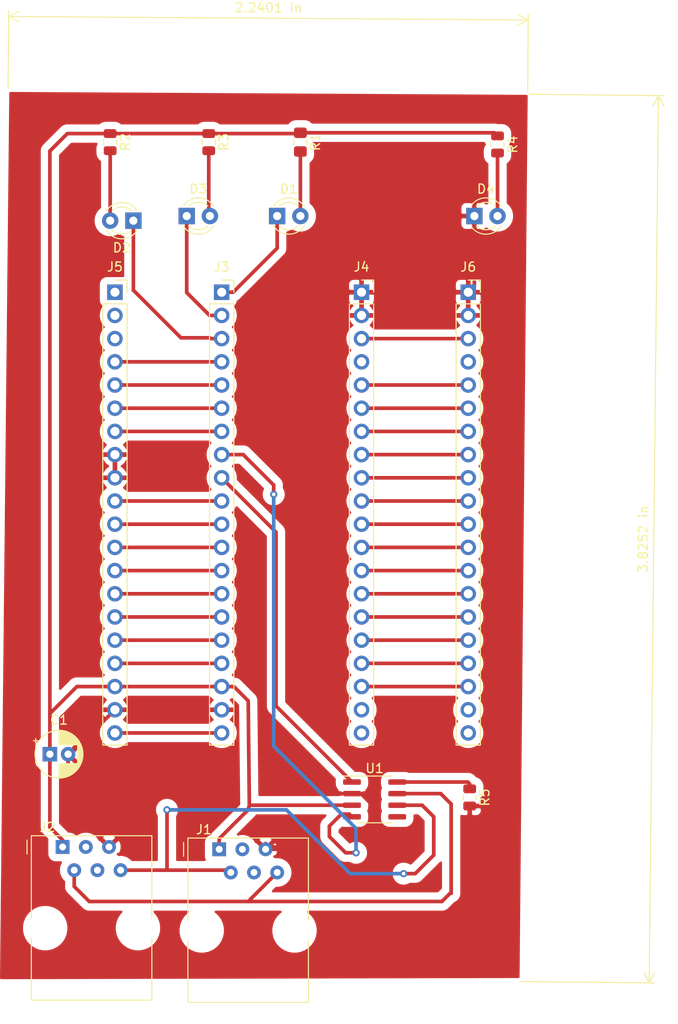
<source format=kicad_pcb>
(kicad_pcb (version 20171130) (host pcbnew 5.1.5+dfsg1-2build2)

  (general
    (thickness 1.6)
    (drawings 2)
    (tracks 144)
    (zones 0)
    (modules 17)
    (nets 56)
  )

  (page A4)
  (layers
    (0 F.Cu signal)
    (31 B.Cu signal)
    (32 B.Adhes user)
    (33 F.Adhes user)
    (34 B.Paste user)
    (35 F.Paste user)
    (36 B.SilkS user)
    (37 F.SilkS user)
    (38 B.Mask user)
    (39 F.Mask user)
    (40 Dwgs.User user)
    (41 Cmts.User user)
    (42 Eco1.User user)
    (43 Eco2.User user)
    (44 Edge.Cuts user)
    (45 Margin user)
    (46 B.CrtYd user)
    (47 F.CrtYd user)
    (48 B.Fab user)
    (49 F.Fab user)
  )

  (setup
    (last_trace_width 0.25)
    (user_trace_width 0.4)
    (trace_clearance 0.2)
    (zone_clearance 0.8)
    (zone_45_only no)
    (trace_min 0.2)
    (via_size 0.8)
    (via_drill 0.4)
    (via_min_size 0.4)
    (via_min_drill 0.3)
    (uvia_size 0.3)
    (uvia_drill 0.1)
    (uvias_allowed no)
    (uvia_min_size 0.2)
    (uvia_min_drill 0.1)
    (edge_width 0.05)
    (segment_width 0.2)
    (pcb_text_width 0.3)
    (pcb_text_size 1.5 1.5)
    (mod_edge_width 0.12)
    (mod_text_size 1 1)
    (mod_text_width 0.15)
    (pad_size 1.7 1.7)
    (pad_drill 1)
    (pad_to_mask_clearance 0.051)
    (solder_mask_min_width 0.25)
    (aux_axis_origin 0 0)
    (visible_elements FFFFFF7F)
    (pcbplotparams
      (layerselection 0x010fc_ffffffff)
      (usegerberextensions false)
      (usegerberattributes false)
      (usegerberadvancedattributes false)
      (creategerberjobfile false)
      (excludeedgelayer true)
      (linewidth 0.100000)
      (plotframeref false)
      (viasonmask false)
      (mode 1)
      (useauxorigin false)
      (hpglpennumber 1)
      (hpglpenspeed 20)
      (hpglpendiameter 15.000000)
      (psnegative false)
      (psa4output false)
      (plotreference true)
      (plotvalue true)
      (plotinvisibletext false)
      (padsonsilk false)
      (subtractmaskfromsilk false)
      (outputformat 1)
      (mirror false)
      (drillshape 0)
      (scaleselection 1)
      (outputdirectory ""))
  )

  (net 0 "")
  (net 1 +5V)
  (net 2 GND)
  (net 3 "Net-(D1-Pad2)")
  (net 4 "Net-(D2-Pad2)")
  (net 5 "Net-(D3-Pad2)")
  (net 6 "Net-(D4-Pad2)")
  (net 7 /CAN_H)
  (net 8 "Net-(J1-Pad4)")
  (net 9 "Net-(J1-Pad3)")
  (net 10 /CAN_L)
  (net 11 "Net-(J2-Pad3)")
  (net 12 "Net-(J2-Pad4)")
  (net 13 +3V3)
  (net 14 /PB9)
  (net 15 /PB8)
  (net 16 /PB7)
  (net 17 /PB6)
  (net 18 /PB5)
  (net 19 /PB4)
  (net 20 /PB3)
  (net 21 /PA15)
  (net 22 /TXD_CAN)
  (net 23 /RXD_CAN)
  (net 24 /PA10)
  (net 25 /PA9)
  (net 26 /PA8)
  (net 27 /PB15)
  (net 28 "Net-(J4-Pad4)")
  (net 29 /PB11)
  (net 30 /PB10)
  (net 31 /PB1)
  (net 32 /PB0)
  (net 33 /PA7)
  (net 34 /PA6)
  (net 35 /PA5)
  (net 36 /PA4)
  (net 37 /PA3)
  (net 38 /PA2)
  (net 39 /PA1)
  (net 40 /PA0)
  (net 41 /PC15)
  (net 42 /PC14)
  (net 43 "Net-(J4-Pad19)")
  (net 44 "Net-(J4-Pad20)")
  (net 45 "Net-(J5-Pad1)")
  (net 46 "Net-(J5-Pad2)")
  (net 47 "Net-(J5-Pad3)")
  (net 48 "Net-(J6-Pad20)")
  (net 49 "Net-(J6-Pad19)")
  (net 50 "Net-(J6-Pad4)")
  (net 51 "Net-(R5-Pad1)")
  (net 52 "Net-(U1-Pad5)")
  (net 53 /led_hardfault)
  (net 54 /led_communication)
  (net 55 /led_feedback)

  (net_class Default "Esta es la clase de red por defecto."
    (clearance 0.2)
    (trace_width 0.25)
    (via_dia 0.8)
    (via_drill 0.4)
    (uvia_dia 0.3)
    (uvia_drill 0.1)
    (add_net +3V3)
    (add_net +5V)
    (add_net /CAN_H)
    (add_net /CAN_L)
    (add_net /PA0)
    (add_net /PA1)
    (add_net /PA10)
    (add_net /PA15)
    (add_net /PA2)
    (add_net /PA3)
    (add_net /PA4)
    (add_net /PA5)
    (add_net /PA6)
    (add_net /PA7)
    (add_net /PA8)
    (add_net /PA9)
    (add_net /PB0)
    (add_net /PB1)
    (add_net /PB10)
    (add_net /PB11)
    (add_net /PB15)
    (add_net /PB3)
    (add_net /PB4)
    (add_net /PB5)
    (add_net /PB6)
    (add_net /PB7)
    (add_net /PB8)
    (add_net /PB9)
    (add_net /PC14)
    (add_net /PC15)
    (add_net /RXD_CAN)
    (add_net /TXD_CAN)
    (add_net /led_communication)
    (add_net /led_feedback)
    (add_net /led_hardfault)
    (add_net GND)
    (add_net "Net-(D1-Pad2)")
    (add_net "Net-(D2-Pad2)")
    (add_net "Net-(D3-Pad2)")
    (add_net "Net-(D4-Pad2)")
    (add_net "Net-(J1-Pad3)")
    (add_net "Net-(J1-Pad4)")
    (add_net "Net-(J2-Pad3)")
    (add_net "Net-(J2-Pad4)")
    (add_net "Net-(J4-Pad19)")
    (add_net "Net-(J4-Pad20)")
    (add_net "Net-(J4-Pad4)")
    (add_net "Net-(J5-Pad1)")
    (add_net "Net-(J5-Pad2)")
    (add_net "Net-(J5-Pad3)")
    (add_net "Net-(J6-Pad19)")
    (add_net "Net-(J6-Pad20)")
    (add_net "Net-(J6-Pad4)")
    (add_net "Net-(R5-Pad1)")
    (add_net "Net-(U1-Pad5)")
  )

  (module Capacitor_THT:CP_Radial_D5.0mm_P2.00mm (layer F.Cu) (tedit 5AE50EF0) (tstamp 62486CC4)
    (at 91.186 100.584)
    (descr "CP, Radial series, Radial, pin pitch=2.00mm, , diameter=5mm, Electrolytic Capacitor")
    (tags "CP Radial series Radial pin pitch 2.00mm  diameter 5mm Electrolytic Capacitor")
    (path /6253FBBD)
    (fp_text reference C1 (at 1 -3.75) (layer F.SilkS)
      (effects (font (size 1 1) (thickness 0.15)))
    )
    (fp_text value 100uF (at 1 3.75) (layer F.Fab)
      (effects (font (size 1 1) (thickness 0.15)))
    )
    (fp_circle (center 1 0) (end 3.5 0) (layer F.Fab) (width 0.1))
    (fp_circle (center 1 0) (end 3.62 0) (layer F.SilkS) (width 0.12))
    (fp_circle (center 1 0) (end 3.75 0) (layer F.CrtYd) (width 0.05))
    (fp_line (start -1.133605 -1.0875) (end -0.633605 -1.0875) (layer F.Fab) (width 0.1))
    (fp_line (start -0.883605 -1.3375) (end -0.883605 -0.8375) (layer F.Fab) (width 0.1))
    (fp_line (start 1 1.04) (end 1 2.58) (layer F.SilkS) (width 0.12))
    (fp_line (start 1 -2.58) (end 1 -1.04) (layer F.SilkS) (width 0.12))
    (fp_line (start 1.04 1.04) (end 1.04 2.58) (layer F.SilkS) (width 0.12))
    (fp_line (start 1.04 -2.58) (end 1.04 -1.04) (layer F.SilkS) (width 0.12))
    (fp_line (start 1.08 -2.579) (end 1.08 -1.04) (layer F.SilkS) (width 0.12))
    (fp_line (start 1.08 1.04) (end 1.08 2.579) (layer F.SilkS) (width 0.12))
    (fp_line (start 1.12 -2.578) (end 1.12 -1.04) (layer F.SilkS) (width 0.12))
    (fp_line (start 1.12 1.04) (end 1.12 2.578) (layer F.SilkS) (width 0.12))
    (fp_line (start 1.16 -2.576) (end 1.16 -1.04) (layer F.SilkS) (width 0.12))
    (fp_line (start 1.16 1.04) (end 1.16 2.576) (layer F.SilkS) (width 0.12))
    (fp_line (start 1.2 -2.573) (end 1.2 -1.04) (layer F.SilkS) (width 0.12))
    (fp_line (start 1.2 1.04) (end 1.2 2.573) (layer F.SilkS) (width 0.12))
    (fp_line (start 1.24 -2.569) (end 1.24 -1.04) (layer F.SilkS) (width 0.12))
    (fp_line (start 1.24 1.04) (end 1.24 2.569) (layer F.SilkS) (width 0.12))
    (fp_line (start 1.28 -2.565) (end 1.28 -1.04) (layer F.SilkS) (width 0.12))
    (fp_line (start 1.28 1.04) (end 1.28 2.565) (layer F.SilkS) (width 0.12))
    (fp_line (start 1.32 -2.561) (end 1.32 -1.04) (layer F.SilkS) (width 0.12))
    (fp_line (start 1.32 1.04) (end 1.32 2.561) (layer F.SilkS) (width 0.12))
    (fp_line (start 1.36 -2.556) (end 1.36 -1.04) (layer F.SilkS) (width 0.12))
    (fp_line (start 1.36 1.04) (end 1.36 2.556) (layer F.SilkS) (width 0.12))
    (fp_line (start 1.4 -2.55) (end 1.4 -1.04) (layer F.SilkS) (width 0.12))
    (fp_line (start 1.4 1.04) (end 1.4 2.55) (layer F.SilkS) (width 0.12))
    (fp_line (start 1.44 -2.543) (end 1.44 -1.04) (layer F.SilkS) (width 0.12))
    (fp_line (start 1.44 1.04) (end 1.44 2.543) (layer F.SilkS) (width 0.12))
    (fp_line (start 1.48 -2.536) (end 1.48 -1.04) (layer F.SilkS) (width 0.12))
    (fp_line (start 1.48 1.04) (end 1.48 2.536) (layer F.SilkS) (width 0.12))
    (fp_line (start 1.52 -2.528) (end 1.52 -1.04) (layer F.SilkS) (width 0.12))
    (fp_line (start 1.52 1.04) (end 1.52 2.528) (layer F.SilkS) (width 0.12))
    (fp_line (start 1.56 -2.52) (end 1.56 -1.04) (layer F.SilkS) (width 0.12))
    (fp_line (start 1.56 1.04) (end 1.56 2.52) (layer F.SilkS) (width 0.12))
    (fp_line (start 1.6 -2.511) (end 1.6 -1.04) (layer F.SilkS) (width 0.12))
    (fp_line (start 1.6 1.04) (end 1.6 2.511) (layer F.SilkS) (width 0.12))
    (fp_line (start 1.64 -2.501) (end 1.64 -1.04) (layer F.SilkS) (width 0.12))
    (fp_line (start 1.64 1.04) (end 1.64 2.501) (layer F.SilkS) (width 0.12))
    (fp_line (start 1.68 -2.491) (end 1.68 -1.04) (layer F.SilkS) (width 0.12))
    (fp_line (start 1.68 1.04) (end 1.68 2.491) (layer F.SilkS) (width 0.12))
    (fp_line (start 1.721 -2.48) (end 1.721 -1.04) (layer F.SilkS) (width 0.12))
    (fp_line (start 1.721 1.04) (end 1.721 2.48) (layer F.SilkS) (width 0.12))
    (fp_line (start 1.761 -2.468) (end 1.761 -1.04) (layer F.SilkS) (width 0.12))
    (fp_line (start 1.761 1.04) (end 1.761 2.468) (layer F.SilkS) (width 0.12))
    (fp_line (start 1.801 -2.455) (end 1.801 -1.04) (layer F.SilkS) (width 0.12))
    (fp_line (start 1.801 1.04) (end 1.801 2.455) (layer F.SilkS) (width 0.12))
    (fp_line (start 1.841 -2.442) (end 1.841 -1.04) (layer F.SilkS) (width 0.12))
    (fp_line (start 1.841 1.04) (end 1.841 2.442) (layer F.SilkS) (width 0.12))
    (fp_line (start 1.881 -2.428) (end 1.881 -1.04) (layer F.SilkS) (width 0.12))
    (fp_line (start 1.881 1.04) (end 1.881 2.428) (layer F.SilkS) (width 0.12))
    (fp_line (start 1.921 -2.414) (end 1.921 -1.04) (layer F.SilkS) (width 0.12))
    (fp_line (start 1.921 1.04) (end 1.921 2.414) (layer F.SilkS) (width 0.12))
    (fp_line (start 1.961 -2.398) (end 1.961 -1.04) (layer F.SilkS) (width 0.12))
    (fp_line (start 1.961 1.04) (end 1.961 2.398) (layer F.SilkS) (width 0.12))
    (fp_line (start 2.001 -2.382) (end 2.001 -1.04) (layer F.SilkS) (width 0.12))
    (fp_line (start 2.001 1.04) (end 2.001 2.382) (layer F.SilkS) (width 0.12))
    (fp_line (start 2.041 -2.365) (end 2.041 -1.04) (layer F.SilkS) (width 0.12))
    (fp_line (start 2.041 1.04) (end 2.041 2.365) (layer F.SilkS) (width 0.12))
    (fp_line (start 2.081 -2.348) (end 2.081 -1.04) (layer F.SilkS) (width 0.12))
    (fp_line (start 2.081 1.04) (end 2.081 2.348) (layer F.SilkS) (width 0.12))
    (fp_line (start 2.121 -2.329) (end 2.121 -1.04) (layer F.SilkS) (width 0.12))
    (fp_line (start 2.121 1.04) (end 2.121 2.329) (layer F.SilkS) (width 0.12))
    (fp_line (start 2.161 -2.31) (end 2.161 -1.04) (layer F.SilkS) (width 0.12))
    (fp_line (start 2.161 1.04) (end 2.161 2.31) (layer F.SilkS) (width 0.12))
    (fp_line (start 2.201 -2.29) (end 2.201 -1.04) (layer F.SilkS) (width 0.12))
    (fp_line (start 2.201 1.04) (end 2.201 2.29) (layer F.SilkS) (width 0.12))
    (fp_line (start 2.241 -2.268) (end 2.241 -1.04) (layer F.SilkS) (width 0.12))
    (fp_line (start 2.241 1.04) (end 2.241 2.268) (layer F.SilkS) (width 0.12))
    (fp_line (start 2.281 -2.247) (end 2.281 -1.04) (layer F.SilkS) (width 0.12))
    (fp_line (start 2.281 1.04) (end 2.281 2.247) (layer F.SilkS) (width 0.12))
    (fp_line (start 2.321 -2.224) (end 2.321 -1.04) (layer F.SilkS) (width 0.12))
    (fp_line (start 2.321 1.04) (end 2.321 2.224) (layer F.SilkS) (width 0.12))
    (fp_line (start 2.361 -2.2) (end 2.361 -1.04) (layer F.SilkS) (width 0.12))
    (fp_line (start 2.361 1.04) (end 2.361 2.2) (layer F.SilkS) (width 0.12))
    (fp_line (start 2.401 -2.175) (end 2.401 -1.04) (layer F.SilkS) (width 0.12))
    (fp_line (start 2.401 1.04) (end 2.401 2.175) (layer F.SilkS) (width 0.12))
    (fp_line (start 2.441 -2.149) (end 2.441 -1.04) (layer F.SilkS) (width 0.12))
    (fp_line (start 2.441 1.04) (end 2.441 2.149) (layer F.SilkS) (width 0.12))
    (fp_line (start 2.481 -2.122) (end 2.481 -1.04) (layer F.SilkS) (width 0.12))
    (fp_line (start 2.481 1.04) (end 2.481 2.122) (layer F.SilkS) (width 0.12))
    (fp_line (start 2.521 -2.095) (end 2.521 -1.04) (layer F.SilkS) (width 0.12))
    (fp_line (start 2.521 1.04) (end 2.521 2.095) (layer F.SilkS) (width 0.12))
    (fp_line (start 2.561 -2.065) (end 2.561 -1.04) (layer F.SilkS) (width 0.12))
    (fp_line (start 2.561 1.04) (end 2.561 2.065) (layer F.SilkS) (width 0.12))
    (fp_line (start 2.601 -2.035) (end 2.601 -1.04) (layer F.SilkS) (width 0.12))
    (fp_line (start 2.601 1.04) (end 2.601 2.035) (layer F.SilkS) (width 0.12))
    (fp_line (start 2.641 -2.004) (end 2.641 -1.04) (layer F.SilkS) (width 0.12))
    (fp_line (start 2.641 1.04) (end 2.641 2.004) (layer F.SilkS) (width 0.12))
    (fp_line (start 2.681 -1.971) (end 2.681 -1.04) (layer F.SilkS) (width 0.12))
    (fp_line (start 2.681 1.04) (end 2.681 1.971) (layer F.SilkS) (width 0.12))
    (fp_line (start 2.721 -1.937) (end 2.721 -1.04) (layer F.SilkS) (width 0.12))
    (fp_line (start 2.721 1.04) (end 2.721 1.937) (layer F.SilkS) (width 0.12))
    (fp_line (start 2.761 -1.901) (end 2.761 -1.04) (layer F.SilkS) (width 0.12))
    (fp_line (start 2.761 1.04) (end 2.761 1.901) (layer F.SilkS) (width 0.12))
    (fp_line (start 2.801 -1.864) (end 2.801 -1.04) (layer F.SilkS) (width 0.12))
    (fp_line (start 2.801 1.04) (end 2.801 1.864) (layer F.SilkS) (width 0.12))
    (fp_line (start 2.841 -1.826) (end 2.841 -1.04) (layer F.SilkS) (width 0.12))
    (fp_line (start 2.841 1.04) (end 2.841 1.826) (layer F.SilkS) (width 0.12))
    (fp_line (start 2.881 -1.785) (end 2.881 -1.04) (layer F.SilkS) (width 0.12))
    (fp_line (start 2.881 1.04) (end 2.881 1.785) (layer F.SilkS) (width 0.12))
    (fp_line (start 2.921 -1.743) (end 2.921 -1.04) (layer F.SilkS) (width 0.12))
    (fp_line (start 2.921 1.04) (end 2.921 1.743) (layer F.SilkS) (width 0.12))
    (fp_line (start 2.961 -1.699) (end 2.961 -1.04) (layer F.SilkS) (width 0.12))
    (fp_line (start 2.961 1.04) (end 2.961 1.699) (layer F.SilkS) (width 0.12))
    (fp_line (start 3.001 -1.653) (end 3.001 -1.04) (layer F.SilkS) (width 0.12))
    (fp_line (start 3.001 1.04) (end 3.001 1.653) (layer F.SilkS) (width 0.12))
    (fp_line (start 3.041 -1.605) (end 3.041 1.605) (layer F.SilkS) (width 0.12))
    (fp_line (start 3.081 -1.554) (end 3.081 1.554) (layer F.SilkS) (width 0.12))
    (fp_line (start 3.121 -1.5) (end 3.121 1.5) (layer F.SilkS) (width 0.12))
    (fp_line (start 3.161 -1.443) (end 3.161 1.443) (layer F.SilkS) (width 0.12))
    (fp_line (start 3.201 -1.383) (end 3.201 1.383) (layer F.SilkS) (width 0.12))
    (fp_line (start 3.241 -1.319) (end 3.241 1.319) (layer F.SilkS) (width 0.12))
    (fp_line (start 3.281 -1.251) (end 3.281 1.251) (layer F.SilkS) (width 0.12))
    (fp_line (start 3.321 -1.178) (end 3.321 1.178) (layer F.SilkS) (width 0.12))
    (fp_line (start 3.361 -1.098) (end 3.361 1.098) (layer F.SilkS) (width 0.12))
    (fp_line (start 3.401 -1.011) (end 3.401 1.011) (layer F.SilkS) (width 0.12))
    (fp_line (start 3.441 -0.915) (end 3.441 0.915) (layer F.SilkS) (width 0.12))
    (fp_line (start 3.481 -0.805) (end 3.481 0.805) (layer F.SilkS) (width 0.12))
    (fp_line (start 3.521 -0.677) (end 3.521 0.677) (layer F.SilkS) (width 0.12))
    (fp_line (start 3.561 -0.518) (end 3.561 0.518) (layer F.SilkS) (width 0.12))
    (fp_line (start 3.601 -0.284) (end 3.601 0.284) (layer F.SilkS) (width 0.12))
    (fp_line (start -1.804775 -1.475) (end -1.304775 -1.475) (layer F.SilkS) (width 0.12))
    (fp_line (start -1.554775 -1.725) (end -1.554775 -1.225) (layer F.SilkS) (width 0.12))
    (fp_text user %R (at 1 0) (layer F.Fab)
      (effects (font (size 1 1) (thickness 0.15)))
    )
    (pad 1 thru_hole rect (at 0 0) (size 1.6 1.6) (drill 0.8) (layers *.Cu *.Mask)
      (net 1 +5V))
    (pad 2 thru_hole circle (at 2 0) (size 1.6 1.6) (drill 0.8) (layers *.Cu *.Mask)
      (net 2 GND))
    (model ${KISYS3DMOD}/Capacitor_THT.3dshapes/CP_Radial_D5.0mm_P2.00mm.wrl
      (at (xyz 0 0 0))
      (scale (xyz 1 1 1))
      (rotate (xyz 0 0 0))
    )
  )

  (module LED_THT:LED_D3.0mm (layer F.Cu) (tedit 587A3A7B) (tstamp 62486CD7)
    (at 116.078 41.656)
    (descr "LED, diameter 3.0mm, 2 pins")
    (tags "LED diameter 3.0mm 2 pins")
    (path /5BEDAB75)
    (fp_text reference D1 (at 1.27 -2.96) (layer F.SilkS)
      (effects (font (size 1 1) (thickness 0.15)))
    )
    (fp_text value LED_hardfault_jaune (at 1.27 2.96) (layer F.Fab)
      (effects (font (size 1 1) (thickness 0.15)))
    )
    (fp_line (start 3.7 -2.25) (end -1.15 -2.25) (layer F.CrtYd) (width 0.05))
    (fp_line (start 3.7 2.25) (end 3.7 -2.25) (layer F.CrtYd) (width 0.05))
    (fp_line (start -1.15 2.25) (end 3.7 2.25) (layer F.CrtYd) (width 0.05))
    (fp_line (start -1.15 -2.25) (end -1.15 2.25) (layer F.CrtYd) (width 0.05))
    (fp_line (start -0.29 1.08) (end -0.29 1.236) (layer F.SilkS) (width 0.12))
    (fp_line (start -0.29 -1.236) (end -0.29 -1.08) (layer F.SilkS) (width 0.12))
    (fp_line (start -0.23 -1.16619) (end -0.23 1.16619) (layer F.Fab) (width 0.1))
    (fp_circle (center 1.27 0) (end 2.77 0) (layer F.Fab) (width 0.1))
    (fp_arc (start 1.27 0) (end 0.229039 1.08) (angle -87.9) (layer F.SilkS) (width 0.12))
    (fp_arc (start 1.27 0) (end 0.229039 -1.08) (angle 87.9) (layer F.SilkS) (width 0.12))
    (fp_arc (start 1.27 0) (end -0.29 1.235516) (angle -108.8) (layer F.SilkS) (width 0.12))
    (fp_arc (start 1.27 0) (end -0.29 -1.235516) (angle 108.8) (layer F.SilkS) (width 0.12))
    (fp_arc (start 1.27 0) (end -0.23 -1.16619) (angle 284.3) (layer F.Fab) (width 0.1))
    (pad 2 thru_hole circle (at 2.54 0) (size 1.8 1.8) (drill 0.9) (layers *.Cu *.Mask)
      (net 3 "Net-(D1-Pad2)"))
    (pad 1 thru_hole rect (at 0 0) (size 1.8 1.8) (drill 0.9) (layers *.Cu *.Mask)
      (net 53 /led_hardfault))
    (model ${KISYS3DMOD}/LED_THT.3dshapes/LED_D3.0mm.wrl
      (at (xyz 0 0 0))
      (scale (xyz 1 1 1))
      (rotate (xyz 0 0 0))
    )
  )

  (module LED_THT:LED_D3.0mm (layer F.Cu) (tedit 587A3A7B) (tstamp 62486CEA)
    (at 100.33 42.164 180)
    (descr "LED, diameter 3.0mm, 2 pins")
    (tags "LED diameter 3.0mm 2 pins")
    (path /5C36A160)
    (fp_text reference D2 (at 1.27 -2.96) (layer F.SilkS)
      (effects (font (size 1 1) (thickness 0.15)))
    )
    (fp_text value LED_communication_vert (at 1.27 2.96) (layer F.Fab)
      (effects (font (size 1 1) (thickness 0.15)))
    )
    (fp_line (start 3.7 -2.25) (end -1.15 -2.25) (layer F.CrtYd) (width 0.05))
    (fp_line (start 3.7 2.25) (end 3.7 -2.25) (layer F.CrtYd) (width 0.05))
    (fp_line (start -1.15 2.25) (end 3.7 2.25) (layer F.CrtYd) (width 0.05))
    (fp_line (start -1.15 -2.25) (end -1.15 2.25) (layer F.CrtYd) (width 0.05))
    (fp_line (start -0.29 1.08) (end -0.29 1.236) (layer F.SilkS) (width 0.12))
    (fp_line (start -0.29 -1.236) (end -0.29 -1.08) (layer F.SilkS) (width 0.12))
    (fp_line (start -0.23 -1.16619) (end -0.23 1.16619) (layer F.Fab) (width 0.1))
    (fp_circle (center 1.27 0) (end 2.77 0) (layer F.Fab) (width 0.1))
    (fp_arc (start 1.27 0) (end 0.229039 1.08) (angle -87.9) (layer F.SilkS) (width 0.12))
    (fp_arc (start 1.27 0) (end 0.229039 -1.08) (angle 87.9) (layer F.SilkS) (width 0.12))
    (fp_arc (start 1.27 0) (end -0.29 1.235516) (angle -108.8) (layer F.SilkS) (width 0.12))
    (fp_arc (start 1.27 0) (end -0.29 -1.235516) (angle 108.8) (layer F.SilkS) (width 0.12))
    (fp_arc (start 1.27 0) (end -0.23 -1.16619) (angle 284.3) (layer F.Fab) (width 0.1))
    (pad 2 thru_hole circle (at 2.54 0 180) (size 1.8 1.8) (drill 0.9) (layers *.Cu *.Mask)
      (net 4 "Net-(D2-Pad2)"))
    (pad 1 thru_hole rect (at 0 0 180) (size 1.8 1.8) (drill 0.9) (layers *.Cu *.Mask)
      (net 54 /led_communication))
    (model ${KISYS3DMOD}/LED_THT.3dshapes/LED_D3.0mm.wrl
      (at (xyz 0 0 0))
      (scale (xyz 1 1 1))
      (rotate (xyz 0 0 0))
    )
  )

  (module LED_THT:LED_D3.0mm (layer F.Cu) (tedit 587A3A7B) (tstamp 62486CFD)
    (at 106.172 41.656)
    (descr "LED, diameter 3.0mm, 2 pins")
    (tags "LED diameter 3.0mm 2 pins")
    (path /5C36B30F)
    (fp_text reference D3 (at 1.27 -2.96) (layer F.SilkS)
      (effects (font (size 1 1) (thickness 0.15)))
    )
    (fp_text value LED_ucontrolleur_vert (at 1.27 2.96) (layer F.Fab)
      (effects (font (size 1 1) (thickness 0.15)))
    )
    (fp_arc (start 1.27 0) (end -0.23 -1.16619) (angle 284.3) (layer F.Fab) (width 0.1))
    (fp_arc (start 1.27 0) (end -0.29 -1.235516) (angle 108.8) (layer F.SilkS) (width 0.12))
    (fp_arc (start 1.27 0) (end -0.29 1.235516) (angle -108.8) (layer F.SilkS) (width 0.12))
    (fp_arc (start 1.27 0) (end 0.229039 -1.08) (angle 87.9) (layer F.SilkS) (width 0.12))
    (fp_arc (start 1.27 0) (end 0.229039 1.08) (angle -87.9) (layer F.SilkS) (width 0.12))
    (fp_circle (center 1.27 0) (end 2.77 0) (layer F.Fab) (width 0.1))
    (fp_line (start -0.23 -1.16619) (end -0.23 1.16619) (layer F.Fab) (width 0.1))
    (fp_line (start -0.29 -1.236) (end -0.29 -1.08) (layer F.SilkS) (width 0.12))
    (fp_line (start -0.29 1.08) (end -0.29 1.236) (layer F.SilkS) (width 0.12))
    (fp_line (start -1.15 -2.25) (end -1.15 2.25) (layer F.CrtYd) (width 0.05))
    (fp_line (start -1.15 2.25) (end 3.7 2.25) (layer F.CrtYd) (width 0.05))
    (fp_line (start 3.7 2.25) (end 3.7 -2.25) (layer F.CrtYd) (width 0.05))
    (fp_line (start 3.7 -2.25) (end -1.15 -2.25) (layer F.CrtYd) (width 0.05))
    (pad 1 thru_hole rect (at 0 0) (size 1.8 1.8) (drill 0.9) (layers *.Cu *.Mask)
      (net 55 /led_feedback))
    (pad 2 thru_hole circle (at 2.54 0) (size 1.8 1.8) (drill 0.9) (layers *.Cu *.Mask)
      (net 5 "Net-(D3-Pad2)"))
    (model ${KISYS3DMOD}/LED_THT.3dshapes/LED_D3.0mm.wrl
      (at (xyz 0 0 0))
      (scale (xyz 1 1 1))
      (rotate (xyz 0 0 0))
    )
  )

  (module LED_THT:LED_D3.0mm (layer F.Cu) (tedit 587A3A7B) (tstamp 62486D10)
    (at 137.668 41.656)
    (descr "LED, diameter 3.0mm, 2 pins")
    (tags "LED diameter 3.0mm 2 pins")
    (path /5C36B337)
    (fp_text reference D4 (at 1.27 -2.96) (layer F.SilkS)
      (effects (font (size 1 1) (thickness 0.15)))
    )
    (fp_text value LED_alimentation_rouge (at 1.27 2.96) (layer F.Fab)
      (effects (font (size 1 1) (thickness 0.15)))
    )
    (fp_arc (start 1.27 0) (end -0.23 -1.16619) (angle 284.3) (layer F.Fab) (width 0.1))
    (fp_arc (start 1.27 0) (end -0.29 -1.235516) (angle 108.8) (layer F.SilkS) (width 0.12))
    (fp_arc (start 1.27 0) (end -0.29 1.235516) (angle -108.8) (layer F.SilkS) (width 0.12))
    (fp_arc (start 1.27 0) (end 0.229039 -1.08) (angle 87.9) (layer F.SilkS) (width 0.12))
    (fp_arc (start 1.27 0) (end 0.229039 1.08) (angle -87.9) (layer F.SilkS) (width 0.12))
    (fp_circle (center 1.27 0) (end 2.77 0) (layer F.Fab) (width 0.1))
    (fp_line (start -0.23 -1.16619) (end -0.23 1.16619) (layer F.Fab) (width 0.1))
    (fp_line (start -0.29 -1.236) (end -0.29 -1.08) (layer F.SilkS) (width 0.12))
    (fp_line (start -0.29 1.08) (end -0.29 1.236) (layer F.SilkS) (width 0.12))
    (fp_line (start -1.15 -2.25) (end -1.15 2.25) (layer F.CrtYd) (width 0.05))
    (fp_line (start -1.15 2.25) (end 3.7 2.25) (layer F.CrtYd) (width 0.05))
    (fp_line (start 3.7 2.25) (end 3.7 -2.25) (layer F.CrtYd) (width 0.05))
    (fp_line (start 3.7 -2.25) (end -1.15 -2.25) (layer F.CrtYd) (width 0.05))
    (pad 1 thru_hole rect (at 0 0) (size 1.8 1.8) (drill 0.9) (layers *.Cu *.Mask)
      (net 2 GND))
    (pad 2 thru_hole circle (at 2.54 0) (size 1.8 1.8) (drill 0.9) (layers *.Cu *.Mask)
      (net 6 "Net-(D4-Pad2)"))
    (model ${KISYS3DMOD}/LED_THT.3dshapes/LED_D3.0mm.wrl
      (at (xyz 0 0 0))
      (scale (xyz 1 1 1))
      (rotate (xyz 0 0 0))
    )
  )

  (module Connector_RJ:RJ12_Amphenol_54601 (layer F.Cu) (tedit 5AE2E32D) (tstamp 62486D32)
    (at 109.728 110.998)
    (descr "RJ12 connector  https://cdn.amphenol-icc.com/media/wysiwyg/files/drawing/c-bmj-0082.pdf")
    (tags "RJ12 connector")
    (path /624EDE82)
    (fp_text reference J1 (at -1.67 -2.16) (layer F.SilkS)
      (effects (font (size 1 1) (thickness 0.15)))
    )
    (fp_text value RJ12 (at 3.54 18.3) (layer F.Fab)
      (effects (font (size 1 1) (thickness 0.15)))
    )
    (fp_line (start -3.43 -0.48) (end -3.43 -1.23) (layer F.Fab) (width 0.1))
    (fp_line (start -2.93 0.02) (end -3.43 -0.48) (layer F.Fab) (width 0.1))
    (fp_line (start -3.43 0.52) (end -2.93 0.02) (layer F.Fab) (width 0.1))
    (fp_line (start -3.9 0.77) (end -3.9 -0.76) (layer F.SilkS) (width 0.12))
    (fp_line (start -3.43 7.79) (end -3.43 -1.23) (layer F.SilkS) (width 0.12))
    (fp_line (start -3.43 7.72) (end -3.43 7.79) (layer F.SilkS) (width 0.1))
    (fp_line (start -3.43 16.77) (end -3.43 9.99) (layer F.SilkS) (width 0.12))
    (fp_line (start 9.77 16.77) (end -3.43 16.77) (layer F.SilkS) (width 0.12))
    (fp_line (start 9.77 16.76) (end 9.77 16.77) (layer F.SilkS) (width 0.1))
    (fp_line (start 9.77 16.77) (end 9.77 9.99) (layer F.SilkS) (width 0.12))
    (fp_line (start 9.77 16.65) (end 9.77 16.77) (layer F.SilkS) (width 0.1))
    (fp_line (start 9.77 -1.23) (end 9.77 7.79) (layer F.SilkS) (width 0.12))
    (fp_line (start -3.43 -1.23) (end 9.77 -1.23) (layer F.SilkS) (width 0.12))
    (fp_line (start -4.04 17.27) (end -4.04 -1.73) (layer F.CrtYd) (width 0.05))
    (fp_line (start 10.38 17.27) (end -4.04 17.27) (layer F.CrtYd) (width 0.05))
    (fp_line (start 10.38 -1.73) (end 10.38 17.27) (layer F.CrtYd) (width 0.05))
    (fp_line (start -4.04 -1.73) (end 10.38 -1.73) (layer F.CrtYd) (width 0.05))
    (fp_line (start 9.77 16.77) (end -3.43 16.77) (layer F.Fab) (width 0.1))
    (fp_line (start 9.77 -1.23) (end 9.77 16.77) (layer F.Fab) (width 0.1))
    (fp_line (start -3.43 -1.23) (end 9.77 -1.23) (layer F.Fab) (width 0.1))
    (fp_line (start -3.43 16.77) (end -3.43 0.52) (layer F.Fab) (width 0.1))
    (fp_text user %R (at 3.16 7.76) (layer F.Fab)
      (effects (font (size 1 1) (thickness 0.15)))
    )
    (pad "" np_thru_hole circle (at 8.25 8.89) (size 3.25 3.25) (drill 3.25) (layers *.Cu *.Mask))
    (pad 6 thru_hole circle (at 6.35 2.54) (size 1.52 1.52) (drill 0.76) (layers *.Cu *.Mask)
      (net 7 /CAN_H))
    (pad 5 thru_hole circle (at 5.08 0) (size 1.52 1.52) (drill 0.76) (layers *.Cu *.Mask)
      (net 2 GND))
    (pad 4 thru_hole circle (at 3.81 2.54) (size 1.52 1.52) (drill 0.76) (layers *.Cu *.Mask)
      (net 8 "Net-(J1-Pad4)"))
    (pad 3 thru_hole circle (at 2.54 0) (size 1.52 1.52) (drill 0.76) (layers *.Cu *.Mask)
      (net 9 "Net-(J1-Pad3)"))
    (pad 2 thru_hole circle (at 1.27 2.54) (size 1.52 1.52) (drill 0.76) (layers *.Cu *.Mask)
      (net 10 /CAN_L))
    (pad "" np_thru_hole circle (at -1.91 8.89) (size 3.25 3.25) (drill 3.25) (layers *.Cu *.Mask))
    (pad 1 thru_hole rect (at 0 0) (size 1.52 1.52) (drill 0.76) (layers *.Cu *.Mask)
      (net 1 +5V))
    (model ${KISYS3DMOD}/Connector_RJ.3dshapes/RJ12_Amphenol_54601.wrl
      (at (xyz 0 0 0))
      (scale (xyz 1 1 1))
      (rotate (xyz 0 0 0))
    )
  )

  (module Connector_RJ:RJ12_Amphenol_54601 (layer F.Cu) (tedit 5AE2E32D) (tstamp 62486D54)
    (at 92.583 110.744)
    (descr "RJ12 connector  https://cdn.amphenol-icc.com/media/wysiwyg/files/drawing/c-bmj-0082.pdf")
    (tags "RJ12 connector")
    (path /625612FC)
    (fp_text reference J2 (at -1.67 -2.16) (layer F.SilkS)
      (effects (font (size 1 1) (thickness 0.15)))
    )
    (fp_text value RJ12 (at 3.54 18.3) (layer F.Fab)
      (effects (font (size 1 1) (thickness 0.15)))
    )
    (fp_text user %R (at 3.16 7.76) (layer F.Fab)
      (effects (font (size 1 1) (thickness 0.15)))
    )
    (fp_line (start -3.43 16.77) (end -3.43 0.52) (layer F.Fab) (width 0.1))
    (fp_line (start -3.43 -1.23) (end 9.77 -1.23) (layer F.Fab) (width 0.1))
    (fp_line (start 9.77 -1.23) (end 9.77 16.77) (layer F.Fab) (width 0.1))
    (fp_line (start 9.77 16.77) (end -3.43 16.77) (layer F.Fab) (width 0.1))
    (fp_line (start -4.04 -1.73) (end 10.38 -1.73) (layer F.CrtYd) (width 0.05))
    (fp_line (start 10.38 -1.73) (end 10.38 17.27) (layer F.CrtYd) (width 0.05))
    (fp_line (start 10.38 17.27) (end -4.04 17.27) (layer F.CrtYd) (width 0.05))
    (fp_line (start -4.04 17.27) (end -4.04 -1.73) (layer F.CrtYd) (width 0.05))
    (fp_line (start -3.43 -1.23) (end 9.77 -1.23) (layer F.SilkS) (width 0.12))
    (fp_line (start 9.77 -1.23) (end 9.77 7.79) (layer F.SilkS) (width 0.12))
    (fp_line (start 9.77 16.65) (end 9.77 16.77) (layer F.SilkS) (width 0.1))
    (fp_line (start 9.77 16.77) (end 9.77 9.99) (layer F.SilkS) (width 0.12))
    (fp_line (start 9.77 16.76) (end 9.77 16.77) (layer F.SilkS) (width 0.1))
    (fp_line (start 9.77 16.77) (end -3.43 16.77) (layer F.SilkS) (width 0.12))
    (fp_line (start -3.43 16.77) (end -3.43 9.99) (layer F.SilkS) (width 0.12))
    (fp_line (start -3.43 7.72) (end -3.43 7.79) (layer F.SilkS) (width 0.1))
    (fp_line (start -3.43 7.79) (end -3.43 -1.23) (layer F.SilkS) (width 0.12))
    (fp_line (start -3.9 0.77) (end -3.9 -0.76) (layer F.SilkS) (width 0.12))
    (fp_line (start -3.43 0.52) (end -2.93 0.02) (layer F.Fab) (width 0.1))
    (fp_line (start -2.93 0.02) (end -3.43 -0.48) (layer F.Fab) (width 0.1))
    (fp_line (start -3.43 -0.48) (end -3.43 -1.23) (layer F.Fab) (width 0.1))
    (pad 1 thru_hole rect (at 0 0) (size 1.52 1.52) (drill 0.76) (layers *.Cu *.Mask)
      (net 1 +5V))
    (pad "" np_thru_hole circle (at -1.91 8.89) (size 3.25 3.25) (drill 3.25) (layers *.Cu *.Mask))
    (pad 2 thru_hole circle (at 1.27 2.54) (size 1.52 1.52) (drill 0.76) (layers *.Cu *.Mask)
      (net 7 /CAN_H))
    (pad 3 thru_hole circle (at 2.54 0) (size 1.52 1.52) (drill 0.76) (layers *.Cu *.Mask)
      (net 11 "Net-(J2-Pad3)"))
    (pad 4 thru_hole circle (at 3.81 2.54) (size 1.52 1.52) (drill 0.76) (layers *.Cu *.Mask)
      (net 12 "Net-(J2-Pad4)"))
    (pad 5 thru_hole circle (at 5.08 0) (size 1.52 1.52) (drill 0.76) (layers *.Cu *.Mask)
      (net 2 GND))
    (pad 6 thru_hole circle (at 6.35 2.54) (size 1.52 1.52) (drill 0.76) (layers *.Cu *.Mask)
      (net 10 /CAN_L))
    (pad "" np_thru_hole circle (at 8.25 8.89) (size 3.25 3.25) (drill 3.25) (layers *.Cu *.Mask))
    (model ${KISYS3DMOD}/Connector_RJ.3dshapes/RJ12_Amphenol_54601.wrl
      (at (xyz 0 0 0))
      (scale (xyz 1 1 1))
      (rotate (xyz 0 0 0))
    )
  )

  (module Connector_PinSocket_2.54mm:PinSocket_1x20_P2.54mm_Vertical (layer F.Cu) (tedit 62486066) (tstamp 62486D7C)
    (at 110 50)
    (descr "Through hole straight socket strip, 1x20, 2.54mm pitch, single row (from Kicad 4.0.7), script generated")
    (tags "Through hole socket strip THT 1x20 2.54mm single row")
    (path /5C0965A6)
    (fp_text reference J3 (at 0 -2.77) (layer F.SilkS)
      (effects (font (size 1 1) (thickness 0.15)))
    )
    (fp_text value "Connecteur Gauche" (at 0 51.03) (layer F.Fab)
      (effects (font (size 1 1) (thickness 0.15)))
    )
    (fp_text user %R (at 0 24.13 90) (layer F.Fab)
      (effects (font (size 1 1) (thickness 0.15)))
    )
    (fp_line (start -1.8 50) (end -1.8 -1.8) (layer F.CrtYd) (width 0.05))
    (fp_line (start 1.75 50) (end -1.8 50) (layer F.CrtYd) (width 0.05))
    (fp_line (start 1.75 -1.8) (end 1.75 50) (layer F.CrtYd) (width 0.05))
    (fp_line (start -1.8 -1.8) (end 1.75 -1.8) (layer F.CrtYd) (width 0.05))
    (fp_line (start 0 -1.33) (end 1.33 -1.33) (layer F.SilkS) (width 0.12))
    (fp_line (start 1.33 -1.33) (end 1.33 0) (layer F.SilkS) (width 0.12))
    (fp_line (start 1.33 1.27) (end 1.33 49.59) (layer F.SilkS) (width 0.12))
    (fp_line (start -1.33 49.59) (end 1.33 49.59) (layer F.SilkS) (width 0.12))
    (fp_line (start -1.33 1.27) (end -1.33 49.59) (layer F.SilkS) (width 0.12))
    (fp_line (start -1.33 1.27) (end 1.33 1.27) (layer F.SilkS) (width 0.12))
    (fp_line (start -1.27 49.53) (end -1.27 -1.27) (layer F.Fab) (width 0.1))
    (fp_line (start 1.27 49.53) (end -1.27 49.53) (layer F.Fab) (width 0.1))
    (fp_line (start 1.27 -0.635) (end 1.27 49.53) (layer F.Fab) (width 0.1))
    (fp_line (start 0.635 -1.27) (end 1.27 -0.635) (layer F.Fab) (width 0.1))
    (fp_line (start -1.27 -1.27) (end 0.635 -1.27) (layer F.Fab) (width 0.1))
    (pad 20 thru_hole oval (at 0 48.26) (size 1.7 1.7) (drill 1) (layers *.Cu *.Mask)
      (net 13 +3V3))
    (pad 19 thru_hole oval (at 0 45.72) (size 1.7 1.7) (drill 1) (layers *.Cu *.Mask)
      (net 2 GND))
    (pad 18 thru_hole oval (at 0 43.18) (size 1.7 1.7) (drill 1) (layers *.Cu *.Mask)
      (net 1 +5V))
    (pad 17 thru_hole oval (at 0 40.64) (size 1.7 1.7) (drill 1) (layers *.Cu *.Mask)
      (net 14 /PB9))
    (pad 16 thru_hole oval (at 0 38.1) (size 1.7 1.7) (drill 1) (layers *.Cu *.Mask)
      (net 15 /PB8))
    (pad 15 thru_hole oval (at 0 35.56) (size 1.7 1.7) (drill 1) (layers *.Cu *.Mask)
      (net 16 /PB7))
    (pad 14 thru_hole oval (at 0 33.02) (size 1.7 1.7) (drill 1) (layers *.Cu *.Mask)
      (net 17 /PB6))
    (pad 13 thru_hole oval (at 0 30.48) (size 1.7 1.7) (drill 1) (layers *.Cu *.Mask)
      (net 18 /PB5))
    (pad 12 thru_hole oval (at 0 27.94) (size 1.7 1.7) (drill 1) (layers *.Cu *.Mask)
      (net 19 /PB4))
    (pad 11 thru_hole oval (at 0 25.4) (size 1.7 1.7) (drill 1) (layers *.Cu *.Mask)
      (net 20 /PB3))
    (pad 10 thru_hole oval (at 0 22.86) (size 1.7 1.7) (drill 1) (layers *.Cu *.Mask)
      (net 21 /PA15))
    (pad 9 thru_hole oval (at 0 20.32) (size 1.7 1.7) (drill 1) (layers *.Cu *.Mask)
      (net 22 /TXD_CAN))
    (pad 8 thru_hole oval (at 0 17.78) (size 1.7 1.7) (drill 1) (layers *.Cu *.Mask)
      (net 23 /RXD_CAN))
    (pad 7 thru_hole oval (at 0 15.24) (size 1.7 1.7) (drill 1) (layers *.Cu *.Mask)
      (net 24 /PA10))
    (pad 6 thru_hole oval (at 0 12.7) (size 1.7 1.7) (drill 1) (layers *.Cu *.Mask)
      (net 25 /PA9))
    (pad 5 thru_hole oval (at 0 10.16) (size 1.7 1.7) (drill 1) (layers *.Cu *.Mask)
      (net 26 /PA8))
    (pad 4 thru_hole oval (at 0 7.62) (size 1.7 1.7) (drill 1) (layers *.Cu *.Mask)
      (net 27 /PB15))
    (pad 3 thru_hole oval (at 0 5.08) (size 1.7 1.7) (drill 1) (layers *.Cu *.Mask)
      (net 54 /led_communication))
    (pad 2 thru_hole oval (at 0 2.54) (size 1.7 1.7) (drill 1) (layers *.Cu *.Mask)
      (net 55 /led_feedback))
    (pad 1 thru_hole rect (at 0 0) (size 1.7 1.7) (drill 1) (layers *.Cu *.Mask)
      (net 53 /led_hardfault))
    (model ${KISYS3DMOD}/Connector_PinSocket_2.54mm.3dshapes/PinSocket_1x20_P2.54mm_Vertical.wrl
      (at (xyz 0 0 0))
      (scale (xyz 1 1 1))
      (rotate (xyz 0 0 0))
    )
  )

  (module Connector_PinSocket_2.54mm:PinSocket_1x20_P2.54mm_Vertical (layer F.Cu) (tedit 5A19A41E) (tstamp 62486DA4)
    (at 125.314 50)
    (descr "Through hole straight socket strip, 1x20, 2.54mm pitch, single row (from Kicad 4.0.7), script generated")
    (tags "Through hole socket strip THT 1x20 2.54mm single row")
    (path /5C096C54)
    (fp_text reference J4 (at 0 -2.77) (layer F.SilkS)
      (effects (font (size 1 1) (thickness 0.15)))
    )
    (fp_text value "Connecteur Droit" (at 0 51.03) (layer F.Fab)
      (effects (font (size 1 1) (thickness 0.15)))
    )
    (fp_line (start -1.27 -1.27) (end 0.635 -1.27) (layer F.Fab) (width 0.1))
    (fp_line (start 0.635 -1.27) (end 1.27 -0.635) (layer F.Fab) (width 0.1))
    (fp_line (start 1.27 -0.635) (end 1.27 49.53) (layer F.Fab) (width 0.1))
    (fp_line (start 1.27 49.53) (end -1.27 49.53) (layer F.Fab) (width 0.1))
    (fp_line (start -1.27 49.53) (end -1.27 -1.27) (layer F.Fab) (width 0.1))
    (fp_line (start -1.33 1.27) (end 1.33 1.27) (layer F.SilkS) (width 0.12))
    (fp_line (start -1.33 1.27) (end -1.33 49.59) (layer F.SilkS) (width 0.12))
    (fp_line (start -1.33 49.59) (end 1.33 49.59) (layer F.SilkS) (width 0.12))
    (fp_line (start 1.33 1.27) (end 1.33 49.59) (layer F.SilkS) (width 0.12))
    (fp_line (start 1.33 -1.33) (end 1.33 0) (layer F.SilkS) (width 0.12))
    (fp_line (start 0 -1.33) (end 1.33 -1.33) (layer F.SilkS) (width 0.12))
    (fp_line (start -1.8 -1.8) (end 1.75 -1.8) (layer F.CrtYd) (width 0.05))
    (fp_line (start 1.75 -1.8) (end 1.75 50) (layer F.CrtYd) (width 0.05))
    (fp_line (start 1.75 50) (end -1.8 50) (layer F.CrtYd) (width 0.05))
    (fp_line (start -1.8 50) (end -1.8 -1.8) (layer F.CrtYd) (width 0.05))
    (fp_text user %R (at 0 24.13 90) (layer F.Fab)
      (effects (font (size 1 1) (thickness 0.15)))
    )
    (pad 1 thru_hole rect (at 0 0) (size 1.7 1.7) (drill 1) (layers *.Cu *.Mask)
      (net 2 GND))
    (pad 2 thru_hole oval (at 0 2.54) (size 1.7 1.7) (drill 1) (layers *.Cu *.Mask)
      (net 2 GND))
    (pad 3 thru_hole oval (at 0 5.08) (size 1.7 1.7) (drill 1) (layers *.Cu *.Mask)
      (net 13 +3V3))
    (pad 4 thru_hole oval (at 0 7.62) (size 1.7 1.7) (drill 1) (layers *.Cu *.Mask)
      (net 28 "Net-(J4-Pad4)"))
    (pad 5 thru_hole oval (at 0 10.16) (size 1.7 1.7) (drill 1) (layers *.Cu *.Mask)
      (net 29 /PB11))
    (pad 6 thru_hole oval (at 0 12.7) (size 1.7 1.7) (drill 1) (layers *.Cu *.Mask)
      (net 30 /PB10))
    (pad 7 thru_hole oval (at 0 15.24) (size 1.7 1.7) (drill 1) (layers *.Cu *.Mask)
      (net 31 /PB1))
    (pad 8 thru_hole oval (at 0 17.78) (size 1.7 1.7) (drill 1) (layers *.Cu *.Mask)
      (net 32 /PB0))
    (pad 9 thru_hole oval (at 0 20.32) (size 1.7 1.7) (drill 1) (layers *.Cu *.Mask)
      (net 33 /PA7))
    (pad 10 thru_hole oval (at 0 22.86) (size 1.7 1.7) (drill 1) (layers *.Cu *.Mask)
      (net 34 /PA6))
    (pad 11 thru_hole oval (at 0 25.4) (size 1.7 1.7) (drill 1) (layers *.Cu *.Mask)
      (net 35 /PA5))
    (pad 12 thru_hole oval (at 0 27.94) (size 1.7 1.7) (drill 1) (layers *.Cu *.Mask)
      (net 36 /PA4))
    (pad 13 thru_hole oval (at 0 30.48) (size 1.7 1.7) (drill 1) (layers *.Cu *.Mask)
      (net 37 /PA3))
    (pad 14 thru_hole oval (at 0 33.02) (size 1.7 1.7) (drill 1) (layers *.Cu *.Mask)
      (net 38 /PA2))
    (pad 15 thru_hole oval (at 0 35.56) (size 1.7 1.7) (drill 1) (layers *.Cu *.Mask)
      (net 39 /PA1))
    (pad 16 thru_hole oval (at 0 38.1) (size 1.7 1.7) (drill 1) (layers *.Cu *.Mask)
      (net 40 /PA0))
    (pad 17 thru_hole oval (at 0 40.64) (size 1.7 1.7) (drill 1) (layers *.Cu *.Mask)
      (net 41 /PC15))
    (pad 18 thru_hole oval (at 0 43.18) (size 1.7 1.7) (drill 1) (layers *.Cu *.Mask)
      (net 42 /PC14))
    (pad 19 thru_hole oval (at 0 45.72) (size 1.7 1.7) (drill 1) (layers *.Cu *.Mask)
      (net 43 "Net-(J4-Pad19)"))
    (pad 20 thru_hole oval (at 0 48.26) (size 1.7 1.7) (drill 1) (layers *.Cu *.Mask)
      (net 44 "Net-(J4-Pad20)"))
    (model ${KISYS3DMOD}/Connector_PinSocket_2.54mm.3dshapes/PinSocket_1x20_P2.54mm_Vertical.wrl
      (at (xyz 0 0 0))
      (scale (xyz 1 1 1))
      (rotate (xyz 0 0 0))
    )
  )

  (module Connector_PinSocket_2.54mm:PinSocket_1x20_P2.54mm_Vertical (layer F.Cu) (tedit 5A19A41E) (tstamp 62486DCC)
    (at 98.31 50)
    (descr "Through hole straight socket strip, 1x20, 2.54mm pitch, single row (from Kicad 4.0.7), script generated")
    (tags "Through hole socket strip THT 1x20 2.54mm single row")
    (path /625CB0BD)
    (fp_text reference J5 (at 0 -2.77) (layer F.SilkS)
      (effects (font (size 1 1) (thickness 0.15)))
    )
    (fp_text value "Connecteur sortie Gauche" (at 0 51.03) (layer F.Fab)
      (effects (font (size 1 1) (thickness 0.15)))
    )
    (fp_line (start -1.27 -1.27) (end 0.635 -1.27) (layer F.Fab) (width 0.1))
    (fp_line (start 0.635 -1.27) (end 1.27 -0.635) (layer F.Fab) (width 0.1))
    (fp_line (start 1.27 -0.635) (end 1.27 49.53) (layer F.Fab) (width 0.1))
    (fp_line (start 1.27 49.53) (end -1.27 49.53) (layer F.Fab) (width 0.1))
    (fp_line (start -1.27 49.53) (end -1.27 -1.27) (layer F.Fab) (width 0.1))
    (fp_line (start -1.33 1.27) (end 1.33 1.27) (layer F.SilkS) (width 0.12))
    (fp_line (start -1.33 1.27) (end -1.33 49.59) (layer F.SilkS) (width 0.12))
    (fp_line (start -1.33 49.59) (end 1.33 49.59) (layer F.SilkS) (width 0.12))
    (fp_line (start 1.33 1.27) (end 1.33 49.59) (layer F.SilkS) (width 0.12))
    (fp_line (start 1.33 -1.33) (end 1.33 0) (layer F.SilkS) (width 0.12))
    (fp_line (start 0 -1.33) (end 1.33 -1.33) (layer F.SilkS) (width 0.12))
    (fp_line (start -1.8 -1.8) (end 1.75 -1.8) (layer F.CrtYd) (width 0.05))
    (fp_line (start 1.75 -1.8) (end 1.75 50) (layer F.CrtYd) (width 0.05))
    (fp_line (start 1.75 50) (end -1.8 50) (layer F.CrtYd) (width 0.05))
    (fp_line (start -1.8 50) (end -1.8 -1.8) (layer F.CrtYd) (width 0.05))
    (fp_text user %R (at 0 24.13 90) (layer F.Fab)
      (effects (font (size 1 1) (thickness 0.15)))
    )
    (pad 1 thru_hole rect (at 0 0) (size 1.7 1.7) (drill 1) (layers *.Cu *.Mask)
      (net 45 "Net-(J5-Pad1)"))
    (pad 2 thru_hole oval (at 0 2.54) (size 1.7 1.7) (drill 1) (layers *.Cu *.Mask)
      (net 46 "Net-(J5-Pad2)"))
    (pad 3 thru_hole oval (at 0 5.08) (size 1.7 1.7) (drill 1) (layers *.Cu *.Mask)
      (net 47 "Net-(J5-Pad3)"))
    (pad 4 thru_hole oval (at 0 7.62) (size 1.7 1.7) (drill 1) (layers *.Cu *.Mask)
      (net 27 /PB15))
    (pad 5 thru_hole oval (at 0 10.16) (size 1.7 1.7) (drill 1) (layers *.Cu *.Mask)
      (net 26 /PA8))
    (pad 6 thru_hole oval (at 0 12.7) (size 1.7 1.7) (drill 1) (layers *.Cu *.Mask)
      (net 25 /PA9))
    (pad 7 thru_hole oval (at 0 15.24) (size 1.7 1.7) (drill 1) (layers *.Cu *.Mask)
      (net 24 /PA10))
    (pad 8 thru_hole oval (at 0 17.78) (size 1.7 1.7) (drill 1) (layers *.Cu *.Mask)
      (net 2 GND))
    (pad 9 thru_hole oval (at 0 20.32) (size 1.7 1.7) (drill 1) (layers *.Cu *.Mask)
      (net 2 GND))
    (pad 10 thru_hole oval (at 0 22.86) (size 1.7 1.7) (drill 1) (layers *.Cu *.Mask)
      (net 21 /PA15))
    (pad 11 thru_hole oval (at 0 25.4) (size 1.7 1.7) (drill 1) (layers *.Cu *.Mask)
      (net 20 /PB3))
    (pad 12 thru_hole oval (at 0 27.94) (size 1.7 1.7) (drill 1) (layers *.Cu *.Mask)
      (net 19 /PB4))
    (pad 13 thru_hole oval (at 0 30.48) (size 1.7 1.7) (drill 1) (layers *.Cu *.Mask)
      (net 18 /PB5))
    (pad 14 thru_hole oval (at 0 33.02) (size 1.7 1.7) (drill 1) (layers *.Cu *.Mask)
      (net 17 /PB6))
    (pad 15 thru_hole oval (at 0 35.56) (size 1.7 1.7) (drill 1) (layers *.Cu *.Mask)
      (net 16 /PB7))
    (pad 16 thru_hole oval (at 0 38.1) (size 1.7 1.7) (drill 1) (layers *.Cu *.Mask)
      (net 15 /PB8))
    (pad 17 thru_hole oval (at 0 40.64) (size 1.7 1.7) (drill 1) (layers *.Cu *.Mask)
      (net 14 /PB9))
    (pad 18 thru_hole oval (at 0 43.18) (size 1.7 1.7) (drill 1) (layers *.Cu *.Mask)
      (net 1 +5V))
    (pad 19 thru_hole oval (at 0 45.72) (size 1.7 1.7) (drill 1) (layers *.Cu *.Mask)
      (net 2 GND))
    (pad 20 thru_hole oval (at 0 48.26) (size 1.7 1.7) (drill 1) (layers *.Cu *.Mask)
      (net 13 +3V3))
    (model ${KISYS3DMOD}/Connector_PinSocket_2.54mm.3dshapes/PinSocket_1x20_P2.54mm_Vertical.wrl
      (at (xyz 0 0 0))
      (scale (xyz 1 1 1))
      (rotate (xyz 0 0 0))
    )
  )

  (module Connector_PinSocket_2.54mm:PinSocket_1x20_P2.54mm_Vertical (layer F.Cu) (tedit 5A19A41E) (tstamp 62486DF4)
    (at 137 50)
    (descr "Through hole straight socket strip, 1x20, 2.54mm pitch, single row (from Kicad 4.0.7), script generated")
    (tags "Through hole socket strip THT 1x20 2.54mm single row")
    (path /625D301D)
    (fp_text reference J6 (at 0 -2.77) (layer F.SilkS)
      (effects (font (size 1 1) (thickness 0.15)))
    )
    (fp_text value "Connecteur sortie Droit" (at 0 51.03) (layer F.Fab)
      (effects (font (size 1 1) (thickness 0.15)))
    )
    (fp_text user %R (at 0 24.13 90) (layer F.Fab)
      (effects (font (size 1 1) (thickness 0.15)))
    )
    (fp_line (start -1.8 50) (end -1.8 -1.8) (layer F.CrtYd) (width 0.05))
    (fp_line (start 1.75 50) (end -1.8 50) (layer F.CrtYd) (width 0.05))
    (fp_line (start 1.75 -1.8) (end 1.75 50) (layer F.CrtYd) (width 0.05))
    (fp_line (start -1.8 -1.8) (end 1.75 -1.8) (layer F.CrtYd) (width 0.05))
    (fp_line (start 0 -1.33) (end 1.33 -1.33) (layer F.SilkS) (width 0.12))
    (fp_line (start 1.33 -1.33) (end 1.33 0) (layer F.SilkS) (width 0.12))
    (fp_line (start 1.33 1.27) (end 1.33 49.59) (layer F.SilkS) (width 0.12))
    (fp_line (start -1.33 49.59) (end 1.33 49.59) (layer F.SilkS) (width 0.12))
    (fp_line (start -1.33 1.27) (end -1.33 49.59) (layer F.SilkS) (width 0.12))
    (fp_line (start -1.33 1.27) (end 1.33 1.27) (layer F.SilkS) (width 0.12))
    (fp_line (start -1.27 49.53) (end -1.27 -1.27) (layer F.Fab) (width 0.1))
    (fp_line (start 1.27 49.53) (end -1.27 49.53) (layer F.Fab) (width 0.1))
    (fp_line (start 1.27 -0.635) (end 1.27 49.53) (layer F.Fab) (width 0.1))
    (fp_line (start 0.635 -1.27) (end 1.27 -0.635) (layer F.Fab) (width 0.1))
    (fp_line (start -1.27 -1.27) (end 0.635 -1.27) (layer F.Fab) (width 0.1))
    (pad 20 thru_hole oval (at 0 48.26) (size 1.7 1.7) (drill 1) (layers *.Cu *.Mask)
      (net 48 "Net-(J6-Pad20)"))
    (pad 19 thru_hole oval (at 0 45.72) (size 1.7 1.7) (drill 1) (layers *.Cu *.Mask)
      (net 49 "Net-(J6-Pad19)"))
    (pad 18 thru_hole oval (at 0 43.18) (size 1.7 1.7) (drill 1) (layers *.Cu *.Mask)
      (net 42 /PC14))
    (pad 17 thru_hole oval (at 0 40.64) (size 1.7 1.7) (drill 1) (layers *.Cu *.Mask)
      (net 41 /PC15))
    (pad 16 thru_hole oval (at 0 38.1) (size 1.7 1.7) (drill 1) (layers *.Cu *.Mask)
      (net 40 /PA0))
    (pad 15 thru_hole oval (at 0 35.56) (size 1.7 1.7) (drill 1) (layers *.Cu *.Mask)
      (net 39 /PA1))
    (pad 14 thru_hole oval (at 0 33.02) (size 1.7 1.7) (drill 1) (layers *.Cu *.Mask)
      (net 38 /PA2))
    (pad 13 thru_hole oval (at 0 30.48) (size 1.7 1.7) (drill 1) (layers *.Cu *.Mask)
      (net 37 /PA3))
    (pad 12 thru_hole oval (at 0 27.94) (size 1.7 1.7) (drill 1) (layers *.Cu *.Mask)
      (net 36 /PA4))
    (pad 11 thru_hole oval (at 0 25.4) (size 1.7 1.7) (drill 1) (layers *.Cu *.Mask)
      (net 35 /PA5))
    (pad 10 thru_hole oval (at 0 22.86) (size 1.7 1.7) (drill 1) (layers *.Cu *.Mask)
      (net 34 /PA6))
    (pad 9 thru_hole oval (at 0 20.32) (size 1.7 1.7) (drill 1) (layers *.Cu *.Mask)
      (net 33 /PA7))
    (pad 8 thru_hole oval (at 0 17.78) (size 1.7 1.7) (drill 1) (layers *.Cu *.Mask)
      (net 32 /PB0))
    (pad 7 thru_hole oval (at 0 15.24) (size 1.7 1.7) (drill 1) (layers *.Cu *.Mask)
      (net 31 /PB1))
    (pad 6 thru_hole oval (at 0 12.7) (size 1.7 1.7) (drill 1) (layers *.Cu *.Mask)
      (net 30 /PB10))
    (pad 5 thru_hole oval (at 0 10.16) (size 1.7 1.7) (drill 1) (layers *.Cu *.Mask)
      (net 29 /PB11))
    (pad 4 thru_hole oval (at 0 7.62) (size 1.7 1.7) (drill 1) (layers *.Cu *.Mask)
      (net 50 "Net-(J6-Pad4)"))
    (pad 3 thru_hole oval (at 0 5.08) (size 1.7 1.7) (drill 1) (layers *.Cu *.Mask)
      (net 13 +3V3))
    (pad 2 thru_hole oval (at 0 2.54) (size 1.7 1.7) (drill 1) (layers *.Cu *.Mask)
      (net 2 GND))
    (pad 1 thru_hole rect (at 0 0) (size 1.7 1.7) (drill 1) (layers *.Cu *.Mask)
      (net 2 GND))
    (model ${KISYS3DMOD}/Connector_PinSocket_2.54mm.3dshapes/PinSocket_1x20_P2.54mm_Vertical.wrl
      (at (xyz 0 0 0))
      (scale (xyz 1 1 1))
      (rotate (xyz 0 0 0))
    )
  )

  (module Package_SO:SOIC-8_3.9x4.9mm_P1.27mm (layer F.Cu) (tedit 5D9F72B1) (tstamp 62486E63)
    (at 126.746 105.537)
    (descr "SOIC, 8 Pin (JEDEC MS-012AA, https://www.analog.com/media/en/package-pcb-resources/package/pkg_pdf/soic_narrow-r/r_8.pdf), generated with kicad-footprint-generator ipc_gullwing_generator.py")
    (tags "SOIC SO")
    (path /6250A049)
    (attr smd)
    (fp_text reference U1 (at 0 -3.4) (layer F.SilkS)
      (effects (font (size 1 1) (thickness 0.15)))
    )
    (fp_text value MCP2551-I-P (at 0 3.4) (layer F.Fab)
      (effects (font (size 1 1) (thickness 0.15)))
    )
    (fp_line (start 0 2.56) (end 1.95 2.56) (layer F.SilkS) (width 0.12))
    (fp_line (start 0 2.56) (end -1.95 2.56) (layer F.SilkS) (width 0.12))
    (fp_line (start 0 -2.56) (end 1.95 -2.56) (layer F.SilkS) (width 0.12))
    (fp_line (start 0 -2.56) (end -3.45 -2.56) (layer F.SilkS) (width 0.12))
    (fp_line (start -0.975 -2.45) (end 1.95 -2.45) (layer F.Fab) (width 0.1))
    (fp_line (start 1.95 -2.45) (end 1.95 2.45) (layer F.Fab) (width 0.1))
    (fp_line (start 1.95 2.45) (end -1.95 2.45) (layer F.Fab) (width 0.1))
    (fp_line (start -1.95 2.45) (end -1.95 -1.475) (layer F.Fab) (width 0.1))
    (fp_line (start -1.95 -1.475) (end -0.975 -2.45) (layer F.Fab) (width 0.1))
    (fp_line (start -3.7 -2.7) (end -3.7 2.7) (layer F.CrtYd) (width 0.05))
    (fp_line (start -3.7 2.7) (end 3.7 2.7) (layer F.CrtYd) (width 0.05))
    (fp_line (start 3.7 2.7) (end 3.7 -2.7) (layer F.CrtYd) (width 0.05))
    (fp_line (start 3.7 -2.7) (end -3.7 -2.7) (layer F.CrtYd) (width 0.05))
    (fp_text user %R (at 0 0) (layer F.Fab)
      (effects (font (size 0.98 0.98) (thickness 0.15)))
    )
    (pad 1 smd roundrect (at -2.475 -1.905) (size 1.95 0.6) (layers F.Cu F.Paste F.Mask) (roundrect_rratio 0.25)
      (net 22 /TXD_CAN))
    (pad 2 smd roundrect (at -2.475 -0.635) (size 1.95 0.6) (layers F.Cu F.Paste F.Mask) (roundrect_rratio 0.25)
      (net 2 GND))
    (pad 3 smd roundrect (at -2.475 0.635) (size 1.95 0.6) (layers F.Cu F.Paste F.Mask) (roundrect_rratio 0.25)
      (net 1 +5V))
    (pad 4 smd roundrect (at -2.475 1.905) (size 1.95 0.6) (layers F.Cu F.Paste F.Mask) (roundrect_rratio 0.25)
      (net 23 /RXD_CAN))
    (pad 5 smd roundrect (at 2.475 1.905) (size 1.95 0.6) (layers F.Cu F.Paste F.Mask) (roundrect_rratio 0.25)
      (net 52 "Net-(U1-Pad5)"))
    (pad 6 smd roundrect (at 2.475 0.635) (size 1.95 0.6) (layers F.Cu F.Paste F.Mask) (roundrect_rratio 0.25)
      (net 10 /CAN_L))
    (pad 7 smd roundrect (at 2.475 -0.635) (size 1.95 0.6) (layers F.Cu F.Paste F.Mask) (roundrect_rratio 0.25)
      (net 7 /CAN_H))
    (pad 8 smd roundrect (at 2.475 -1.905) (size 1.95 0.6) (layers F.Cu F.Paste F.Mask) (roundrect_rratio 0.25)
      (net 51 "Net-(R5-Pad1)"))
    (model ${KISYS3DMOD}/Package_SO.3dshapes/SOIC-8_3.9x4.9mm_P1.27mm.wrl
      (at (xyz 0 0 0))
      (scale (xyz 1 1 1))
      (rotate (xyz 0 0 0))
    )
  )

  (module Resistor_SMD:R_0805_2012Metric_Pad1.15x1.40mm_HandSolder (layer F.Cu) (tedit 5B36C52B) (tstamp 627BB61B)
    (at 118.618 33.5645 270)
    (descr "Resistor SMD 0805 (2012 Metric), square (rectangular) end terminal, IPC_7351 nominal with elongated pad for handsoldering. (Body size source: https://docs.google.com/spreadsheets/d/1BsfQQcO9C6DZCsRaXUlFlo91Tg2WpOkGARC1WS5S8t0/edit?usp=sharing), generated with kicad-footprint-generator")
    (tags "resistor handsolder")
    (path /5BEDAEBC)
    (attr smd)
    (fp_text reference R1 (at 0 -1.65 90) (layer F.SilkS)
      (effects (font (size 1 1) (thickness 0.15)))
    )
    (fp_text value 150 (at 0 1.65 90) (layer F.Fab)
      (effects (font (size 1 1) (thickness 0.15)))
    )
    (fp_line (start -1 0.6) (end -1 -0.6) (layer F.Fab) (width 0.1))
    (fp_line (start -1 -0.6) (end 1 -0.6) (layer F.Fab) (width 0.1))
    (fp_line (start 1 -0.6) (end 1 0.6) (layer F.Fab) (width 0.1))
    (fp_line (start 1 0.6) (end -1 0.6) (layer F.Fab) (width 0.1))
    (fp_line (start -0.261252 -0.71) (end 0.261252 -0.71) (layer F.SilkS) (width 0.12))
    (fp_line (start -0.261252 0.71) (end 0.261252 0.71) (layer F.SilkS) (width 0.12))
    (fp_line (start -1.85 0.95) (end -1.85 -0.95) (layer F.CrtYd) (width 0.05))
    (fp_line (start -1.85 -0.95) (end 1.85 -0.95) (layer F.CrtYd) (width 0.05))
    (fp_line (start 1.85 -0.95) (end 1.85 0.95) (layer F.CrtYd) (width 0.05))
    (fp_line (start 1.85 0.95) (end -1.85 0.95) (layer F.CrtYd) (width 0.05))
    (fp_text user %R (at 0 0 90) (layer F.Fab)
      (effects (font (size 0.5 0.5) (thickness 0.08)))
    )
    (pad 1 smd roundrect (at -1.025 0 270) (size 1.15 1.4) (layers F.Cu F.Paste F.Mask) (roundrect_rratio 0.217391)
      (net 1 +5V))
    (pad 2 smd roundrect (at 1.025 0 270) (size 1.15 1.4) (layers F.Cu F.Paste F.Mask) (roundrect_rratio 0.217391)
      (net 3 "Net-(D1-Pad2)"))
    (model ${KISYS3DMOD}/Resistor_SMD.3dshapes/R_0805_2012Metric.wrl
      (at (xyz 0 0 0))
      (scale (xyz 1 1 1))
      (rotate (xyz 0 0 0))
    )
  )

  (module Resistor_SMD:R_0805_2012Metric (layer F.Cu) (tedit 5B36C52B) (tstamp 627BB62B)
    (at 97.79 33.5645 270)
    (descr "Resistor SMD 0805 (2012 Metric), square (rectangular) end terminal, IPC_7351 nominal, (Body size source: https://docs.google.com/spreadsheets/d/1BsfQQcO9C6DZCsRaXUlFlo91Tg2WpOkGARC1WS5S8t0/edit?usp=sharing), generated with kicad-footprint-generator")
    (tags resistor)
    (path /5C36A167)
    (attr smd)
    (fp_text reference R2 (at 0 -1.65 90) (layer F.SilkS)
      (effects (font (size 1 1) (thickness 0.15)))
    )
    (fp_text value 150 (at 0 1.65 90) (layer F.Fab)
      (effects (font (size 1 1) (thickness 0.15)))
    )
    (fp_line (start -1 0.6) (end -1 -0.6) (layer F.Fab) (width 0.1))
    (fp_line (start -1 -0.6) (end 1 -0.6) (layer F.Fab) (width 0.1))
    (fp_line (start 1 -0.6) (end 1 0.6) (layer F.Fab) (width 0.1))
    (fp_line (start 1 0.6) (end -1 0.6) (layer F.Fab) (width 0.1))
    (fp_line (start -0.258578 -0.71) (end 0.258578 -0.71) (layer F.SilkS) (width 0.12))
    (fp_line (start -0.258578 0.71) (end 0.258578 0.71) (layer F.SilkS) (width 0.12))
    (fp_line (start -1.68 0.95) (end -1.68 -0.95) (layer F.CrtYd) (width 0.05))
    (fp_line (start -1.68 -0.95) (end 1.68 -0.95) (layer F.CrtYd) (width 0.05))
    (fp_line (start 1.68 -0.95) (end 1.68 0.95) (layer F.CrtYd) (width 0.05))
    (fp_line (start 1.68 0.95) (end -1.68 0.95) (layer F.CrtYd) (width 0.05))
    (fp_text user %R (at 0 0 90) (layer F.Fab)
      (effects (font (size 0.5 0.5) (thickness 0.08)))
    )
    (pad 1 smd roundrect (at -0.9375 0 270) (size 0.975 1.4) (layers F.Cu F.Paste F.Mask) (roundrect_rratio 0.25)
      (net 1 +5V))
    (pad 2 smd roundrect (at 0.9375 0 270) (size 0.975 1.4) (layers F.Cu F.Paste F.Mask) (roundrect_rratio 0.25)
      (net 4 "Net-(D2-Pad2)"))
    (model ${KISYS3DMOD}/Resistor_SMD.3dshapes/R_0805_2012Metric.wrl
      (at (xyz 0 0 0))
      (scale (xyz 1 1 1))
      (rotate (xyz 0 0 0))
    )
  )

  (module Resistor_SMD:R_0805_2012Metric (layer F.Cu) (tedit 5B36C52B) (tstamp 627BB63B)
    (at 108.585 33.5645 270)
    (descr "Resistor SMD 0805 (2012 Metric), square (rectangular) end terminal, IPC_7351 nominal, (Body size source: https://docs.google.com/spreadsheets/d/1BsfQQcO9C6DZCsRaXUlFlo91Tg2WpOkGARC1WS5S8t0/edit?usp=sharing), generated with kicad-footprint-generator")
    (tags resistor)
    (path /5C36B316)
    (attr smd)
    (fp_text reference R3 (at 0 -1.65 90) (layer F.SilkS)
      (effects (font (size 1 1) (thickness 0.15)))
    )
    (fp_text value 150 (at 0 1.65 90) (layer F.Fab)
      (effects (font (size 1 1) (thickness 0.15)))
    )
    (fp_text user %R (at 0 0 90) (layer F.Fab)
      (effects (font (size 0.5 0.5) (thickness 0.08)))
    )
    (fp_line (start 1.68 0.95) (end -1.68 0.95) (layer F.CrtYd) (width 0.05))
    (fp_line (start 1.68 -0.95) (end 1.68 0.95) (layer F.CrtYd) (width 0.05))
    (fp_line (start -1.68 -0.95) (end 1.68 -0.95) (layer F.CrtYd) (width 0.05))
    (fp_line (start -1.68 0.95) (end -1.68 -0.95) (layer F.CrtYd) (width 0.05))
    (fp_line (start -0.258578 0.71) (end 0.258578 0.71) (layer F.SilkS) (width 0.12))
    (fp_line (start -0.258578 -0.71) (end 0.258578 -0.71) (layer F.SilkS) (width 0.12))
    (fp_line (start 1 0.6) (end -1 0.6) (layer F.Fab) (width 0.1))
    (fp_line (start 1 -0.6) (end 1 0.6) (layer F.Fab) (width 0.1))
    (fp_line (start -1 -0.6) (end 1 -0.6) (layer F.Fab) (width 0.1))
    (fp_line (start -1 0.6) (end -1 -0.6) (layer F.Fab) (width 0.1))
    (pad 2 smd roundrect (at 0.9375 0 270) (size 0.975 1.4) (layers F.Cu F.Paste F.Mask) (roundrect_rratio 0.25)
      (net 5 "Net-(D3-Pad2)"))
    (pad 1 smd roundrect (at -0.9375 0 270) (size 0.975 1.4) (layers F.Cu F.Paste F.Mask) (roundrect_rratio 0.25)
      (net 1 +5V))
    (model ${KISYS3DMOD}/Resistor_SMD.3dshapes/R_0805_2012Metric.wrl
      (at (xyz 0 0 0))
      (scale (xyz 1 1 1))
      (rotate (xyz 0 0 0))
    )
  )

  (module Resistor_SMD:R_0805_2012Metric (layer F.Cu) (tedit 5B36C52B) (tstamp 627BB64B)
    (at 140.208 33.8185 270)
    (descr "Resistor SMD 0805 (2012 Metric), square (rectangular) end terminal, IPC_7351 nominal, (Body size source: https://docs.google.com/spreadsheets/d/1BsfQQcO9C6DZCsRaXUlFlo91Tg2WpOkGARC1WS5S8t0/edit?usp=sharing), generated with kicad-footprint-generator")
    (tags resistor)
    (path /5C36B33E)
    (attr smd)
    (fp_text reference R4 (at 0 -1.65 90) (layer F.SilkS)
      (effects (font (size 1 1) (thickness 0.15)))
    )
    (fp_text value 150 (at 0 1.65 90) (layer F.Fab)
      (effects (font (size 1 1) (thickness 0.15)))
    )
    (fp_text user %R (at 0 0 90) (layer F.Fab)
      (effects (font (size 0.5 0.5) (thickness 0.08)))
    )
    (fp_line (start 1.68 0.95) (end -1.68 0.95) (layer F.CrtYd) (width 0.05))
    (fp_line (start 1.68 -0.95) (end 1.68 0.95) (layer F.CrtYd) (width 0.05))
    (fp_line (start -1.68 -0.95) (end 1.68 -0.95) (layer F.CrtYd) (width 0.05))
    (fp_line (start -1.68 0.95) (end -1.68 -0.95) (layer F.CrtYd) (width 0.05))
    (fp_line (start -0.258578 0.71) (end 0.258578 0.71) (layer F.SilkS) (width 0.12))
    (fp_line (start -0.258578 -0.71) (end 0.258578 -0.71) (layer F.SilkS) (width 0.12))
    (fp_line (start 1 0.6) (end -1 0.6) (layer F.Fab) (width 0.1))
    (fp_line (start 1 -0.6) (end 1 0.6) (layer F.Fab) (width 0.1))
    (fp_line (start -1 -0.6) (end 1 -0.6) (layer F.Fab) (width 0.1))
    (fp_line (start -1 0.6) (end -1 -0.6) (layer F.Fab) (width 0.1))
    (pad 2 smd roundrect (at 0.9375 0 270) (size 0.975 1.4) (layers F.Cu F.Paste F.Mask) (roundrect_rratio 0.25)
      (net 6 "Net-(D4-Pad2)"))
    (pad 1 smd roundrect (at -0.9375 0 270) (size 0.975 1.4) (layers F.Cu F.Paste F.Mask) (roundrect_rratio 0.25)
      (net 1 +5V))
    (model ${KISYS3DMOD}/Resistor_SMD.3dshapes/R_0805_2012Metric.wrl
      (at (xyz 0 0 0))
      (scale (xyz 1 1 1))
      (rotate (xyz 0 0 0))
    )
  )

  (module Resistor_SMD:R_0805_2012Metric (layer F.Cu) (tedit 5B36C52B) (tstamp 627BB65B)
    (at 137.16 105.3195 270)
    (descr "Resistor SMD 0805 (2012 Metric), square (rectangular) end terminal, IPC_7351 nominal, (Body size source: https://docs.google.com/spreadsheets/d/1BsfQQcO9C6DZCsRaXUlFlo91Tg2WpOkGARC1WS5S8t0/edit?usp=sharing), generated with kicad-footprint-generator")
    (tags resistor)
    (path /6250B270)
    (attr smd)
    (fp_text reference R5 (at 0 -1.65 90) (layer F.SilkS)
      (effects (font (size 1 1) (thickness 0.15)))
    )
    (fp_text value 10K (at 0 1.65 90) (layer F.Fab)
      (effects (font (size 1 1) (thickness 0.15)))
    )
    (fp_line (start -1 0.6) (end -1 -0.6) (layer F.Fab) (width 0.1))
    (fp_line (start -1 -0.6) (end 1 -0.6) (layer F.Fab) (width 0.1))
    (fp_line (start 1 -0.6) (end 1 0.6) (layer F.Fab) (width 0.1))
    (fp_line (start 1 0.6) (end -1 0.6) (layer F.Fab) (width 0.1))
    (fp_line (start -0.258578 -0.71) (end 0.258578 -0.71) (layer F.SilkS) (width 0.12))
    (fp_line (start -0.258578 0.71) (end 0.258578 0.71) (layer F.SilkS) (width 0.12))
    (fp_line (start -1.68 0.95) (end -1.68 -0.95) (layer F.CrtYd) (width 0.05))
    (fp_line (start -1.68 -0.95) (end 1.68 -0.95) (layer F.CrtYd) (width 0.05))
    (fp_line (start 1.68 -0.95) (end 1.68 0.95) (layer F.CrtYd) (width 0.05))
    (fp_line (start 1.68 0.95) (end -1.68 0.95) (layer F.CrtYd) (width 0.05))
    (fp_text user %R (at 0 0 90) (layer F.Fab)
      (effects (font (size 0.5 0.5) (thickness 0.08)))
    )
    (pad 1 smd roundrect (at -0.9375 0 270) (size 0.975 1.4) (layers F.Cu F.Paste F.Mask) (roundrect_rratio 0.25)
      (net 51 "Net-(R5-Pad1)"))
    (pad 2 smd roundrect (at 0.9375 0 270) (size 0.975 1.4) (layers F.Cu F.Paste F.Mask) (roundrect_rratio 0.25)
      (net 2 GND))
    (model ${KISYS3DMOD}/Resistor_SMD.3dshapes/R_0805_2012Metric.wrl
      (at (xyz 0 0 0))
      (scale (xyz 1 1 1))
      (rotate (xyz 0 0 0))
    )
  )

  (dimension 56.897276 (width 0.12) (layer F.SilkS)
    (gr_text "56,897 mm" (at 115.123258 18.72863 359.6163286) (layer F.SilkS)
      (effects (font (size 1 1) (thickness 0.15)))
    )
    (feature1 (pts (xy 143.51 28.067) (xy 143.566681 19.602694)))
    (feature2 (pts (xy 86.614 27.686) (xy 86.670681 19.221694)))
    (crossbar (pts (xy 86.666754 19.808102) (xy 143.562754 20.189102)))
    (arrow1a (pts (xy 143.562754 20.189102) (xy 142.432349 20.767966)))
    (arrow1b (pts (xy 143.562754 20.189102) (xy 142.440202 19.595151)))
    (arrow2a (pts (xy 86.666754 19.808102) (xy 87.789306 20.402053)))
    (arrow2b (pts (xy 86.666754 19.808102) (xy 87.797159 19.229238)))
  )
  (dimension 97.160312 (width 0.12) (layer F.SilkS)
    (gr_text "97,160 mm" (at 158.590002 77.060183 89.40085029) (layer F.SilkS)
      (effects (font (size 1 1) (thickness 0.15)))
    )
    (feature1 (pts (xy 143.637 28.321) (xy 158.41446 28.475536)))
    (feature2 (pts (xy 142.621 125.476) (xy 157.39846 125.630536)))
    (crossbar (pts (xy 156.812071 125.624403) (xy 157.828071 28.469403)))
    (arrow1a (pts (xy 157.828071 28.469403) (xy 158.40268 29.601977)))
    (arrow1b (pts (xy 157.828071 28.469403) (xy 157.229903 29.589713)))
    (arrow2a (pts (xy 156.812071 125.624403) (xy 157.410239 124.504093)))
    (arrow2b (pts (xy 156.812071 125.624403) (xy 156.237462 124.491829)))
  )

  (segment (start 109.728 111.252) (end 109.696 111.22) (width 0.4) (layer F.Cu) (net 1))
  (segment (start 99.512081 93.18) (end 110 93.18) (width 0.4) (layer F.Cu) (net 1))
  (segment (start 98.31 93.18) (end 99.512081 93.18) (width 0.4) (layer F.Cu) (net 1))
  (segment (start 98.31 93.18) (end 94.145 93.18) (width 0.4) (layer F.Cu) (net 1))
  (segment (start 91.186 96.139) (end 91.186 100.584) (width 0.4) (layer F.Cu) (net 1))
  (segment (start 94.145 93.18) (end 91.186 96.139) (width 0.4) (layer F.Cu) (net 1))
  (segment (start 91.186 100.584) (end 91.186 108.585) (width 0.4) (layer F.Cu) (net 1))
  (segment (start 91.186 108.585) (end 92.583 109.982) (width 0.4) (layer F.Cu) (net 1))
  (segment (start 92.583 109.982) (end 92.583 110.744) (width 0.4) (layer F.Cu) (net 1))
  (segment (start 110 93.18) (end 111.214 93.18) (width 0.4) (layer F.Cu) (net 1))
  (segment (start 111.250001 93.216001) (end 111.377001 93.216001) (width 0.4) (layer F.Cu) (net 1))
  (segment (start 111.214 93.18) (end 111.250001 93.216001) (width 0.4) (layer F.Cu) (net 1))
  (segment (start 111.377001 93.216001) (end 112.903 94.742) (width 0.4) (layer F.Cu) (net 1))
  (segment (start 109.728 109.838) (end 109.728 110.998) (width 0.4) (layer F.Cu) (net 1))
  (segment (start 112.903 106.663) (end 109.728 109.838) (width 0.4) (layer F.Cu) (net 1))
  (segment (start 123.296 106.172) (end 113.03 106.172) (width 0.4) (layer F.Cu) (net 1))
  (segment (start 124.271 106.172) (end 123.296 106.172) (width 0.4) (layer F.Cu) (net 1))
  (segment (start 113.03 106.172) (end 112.903 106.663) (width 0.4) (layer F.Cu) (net 1))
  (segment (start 112.903 94.742) (end 113.03 106.172) (width 0.4) (layer F.Cu) (net 1))
  (segment (start 91.186 96.139) (end 91.186 34.544) (width 0.4) (layer F.Cu) (net 1))
  (segment (start 93.103 32.627) (end 97.79 32.627) (width 0.4) (layer F.Cu) (net 1))
  (segment (start 91.186 34.544) (end 93.103 32.627) (width 0.4) (layer F.Cu) (net 1))
  (segment (start 118.5305 32.627) (end 118.618 32.5395) (width 0.4) (layer F.Cu) (net 1))
  (segment (start 97.79 32.627) (end 118.5305 32.627) (width 0.4) (layer F.Cu) (net 1))
  (segment (start 139.8665 32.5395) (end 140.208 32.881) (width 0.4) (layer F.Cu) (net 1))
  (segment (start 118.618 32.5395) (end 139.8665 32.5395) (width 0.4) (layer F.Cu) (net 1))
  (segment (start 98.31 95.72) (end 110 95.72) (width 0.4) (layer F.Cu) (net 2))
  (segment (start 98.05 95.72) (end 98.31 95.72) (width 0.4) (layer F.Cu) (net 2))
  (segment (start 93.446 100.584) (end 93.186 100.584) (width 0.4) (layer F.Cu) (net 2))
  (segment (start 98.31 95.72) (end 93.446 100.584) (width 0.4) (layer F.Cu) (net 2))
  (segment (start 93.186 106.267) (end 97.663 110.744) (width 0.4) (layer F.Cu) (net 2))
  (segment (start 93.186 100.584) (end 93.186 106.267) (width 0.4) (layer F.Cu) (net 2))
  (segment (start 137.668 49.332) (end 137 50) (width 0.4) (layer F.Cu) (net 2))
  (segment (start 137.668 41.656) (end 137.668 49.332) (width 0.4) (layer F.Cu) (net 2))
  (segment (start 125.314 50) (end 137 50) (width 0.4) (layer F.Cu) (net 2))
  (segment (start 125.314 52.54) (end 137 52.54) (width 0.4) (layer F.Cu) (net 2))
  (segment (start 114.808 110.998) (end 114.808 110.363) (width 0.4) (layer F.Cu) (net 2))
  (segment (start 114.808 110.363) (end 115.189 110.744) (width 0.4) (layer F.Cu) (net 2))
  (segment (start 115.189 110.744) (end 116.332 110.744) (width 0.4) (layer F.Cu) (net 2))
  (segment (start 114.808 110.998) (end 120.142 110.998) (width 0.4) (layer F.Cu) (net 2))
  (segment (start 120.142 110.998) (end 123.19 114.046) (width 0.4) (layer F.Cu) (net 2))
  (segment (start 123.19 114.046) (end 125.603 114.046) (width 0.4) (layer F.Cu) (net 2))
  (segment (start 125.603 114.046) (end 126.619 113.03) (width 0.4) (layer F.Cu) (net 2))
  (segment (start 126.619 113.03) (end 126.619 106.275) (width 0.4) (layer F.Cu) (net 2))
  (segment (start 125.246 104.902) (end 124.271 104.902) (width 0.4) (layer F.Cu) (net 2))
  (segment (start 126.619 106.275) (end 125.246 104.902) (width 0.4) (layer F.Cu) (net 2))
  (segment (start 118.618 35.052) (end 118.618 41.656) (width 0.4) (layer F.Cu) (net 3))
  (segment (start 97.79 35.052) (end 97.79 42.164) (width 0.4) (layer F.Cu) (net 4))
  (segment (start 108.458 41.402) (end 108.712 41.656) (width 0.4) (layer F.Cu) (net 5))
  (segment (start 108.585 41.529) (end 108.712 41.656) (width 0.4) (layer F.Cu) (net 5))
  (segment (start 108.585 34.502) (end 108.585 41.529) (width 0.4) (layer F.Cu) (net 5))
  (segment (start 140.208 35.306) (end 140.208 41.656) (width 0.4) (layer F.Cu) (net 6))
  (segment (start 93.853 113.284) (end 93.853 115.062) (width 0.4) (layer F.Cu) (net 7))
  (segment (start 93.853 115.062) (end 95.504 116.713) (width 0.4) (layer F.Cu) (net 7))
  (segment (start 112.903 116.713) (end 116.078 113.538) (width 0.4) (layer F.Cu) (net 7))
  (segment (start 95.504 116.713) (end 112.903 116.713) (width 0.4) (layer F.Cu) (net 7))
  (segment (start 112.903 116.713) (end 132.461 116.713) (width 0.4) (layer F.Cu) (net 7))
  (segment (start 129.221 104.902) (end 133.985 104.902) (width 0.4) (layer F.Cu) (net 7))
  (segment (start 133.985 104.902) (end 135.128 106.045) (width 0.4) (layer F.Cu) (net 7))
  (segment (start 135.128 106.045) (end 135.128 115.824) (width 0.4) (layer F.Cu) (net 7))
  (segment (start 135.128 115.824) (end 135.001 115.824) (width 0.4) (layer F.Cu) (net 7))
  (segment (start 134.112 116.713) (end 132.461 116.713) (width 0.4) (layer F.Cu) (net 7))
  (segment (start 135.001 115.824) (end 134.112 116.713) (width 0.4) (layer F.Cu) (net 7))
  (segment (start 110.744 113.284) (end 110.998 113.538) (width 0.4) (layer F.Cu) (net 10))
  (segment (start 104.013 113.284) (end 104.013 106.68) (width 0.4) (layer F.Cu) (net 10))
  (segment (start 98.933 113.284) (end 104.013 113.284) (width 0.4) (layer F.Cu) (net 10))
  (segment (start 104.013 113.284) (end 110.744 113.284) (width 0.4) (layer F.Cu) (net 10))
  (segment (start 104.013 106.68) (end 104.013 106.68) (width 0.4) (layer F.Cu) (net 10) (tstamp 6248DCA4))
  (segment (start 104.013 106.68) (end 104.013 106.68) (width 0.4) (layer F.Cu) (net 10) (tstamp 6248DCCD))
  (segment (start 104.013 106.68) (end 104.013 106.68) (width 0.4) (layer F.Cu) (net 10) (tstamp 6248DCF8))
  (segment (start 133.223 111.633) (end 131.191 113.665) (width 0.4) (layer F.Cu) (net 10))
  (segment (start 133.223 107.442) (end 133.223 111.633) (width 0.4) (layer F.Cu) (net 10))
  (segment (start 131.953 106.172) (end 133.223 107.442) (width 0.4) (layer F.Cu) (net 10))
  (segment (start 129.221 106.172) (end 131.953 106.172) (width 0.4) (layer F.Cu) (net 10))
  (segment (start 131.191 113.665) (end 129.921 113.665) (width 0.4) (layer F.Cu) (net 10))
  (via (at 104.013 106.68) (size 0.8) (drill 0.4) (layers F.Cu B.Cu) (net 10) (status 1000000))
  (segment (start 127.889 113.665) (end 127.889 113.665) (width 0.4) (layer B.Cu) (net 10) (tstamp 6248DD0C))
  (segment (start 124.079 113.665) (end 127.889 113.665) (width 0.4) (layer B.Cu) (net 10))
  (via (at 129.921 113.665) (size 0.8) (drill 0.4) (layers F.Cu B.Cu) (net 10))
  (segment (start 127.889 113.665) (end 129.921 113.665) (width 0.4) (layer B.Cu) (net 10))
  (segment (start 117.094 106.68) (end 124.079 113.665) (width 0.4) (layer B.Cu) (net 10))
  (segment (start 104.013 106.68) (end 117.094 106.68) (width 0.4) (layer B.Cu) (net 10))
  (segment (start 98.31 98.26) (end 110 98.26) (width 0.4) (layer F.Cu) (net 13))
  (segment (start 126.516081 55.08) (end 137 55.08) (width 0.4) (layer F.Cu) (net 13))
  (segment (start 125.314 55.08) (end 126.516081 55.08) (width 0.4) (layer F.Cu) (net 13))
  (segment (start 98.31 90.64) (end 110 90.64) (width 0.4) (layer F.Cu) (net 14))
  (segment (start 98.31 88.1) (end 110 88.1) (width 0.4) (layer F.Cu) (net 15))
  (segment (start 98.31 85.56) (end 110 85.56) (width 0.4) (layer F.Cu) (net 16))
  (segment (start 98.31 83.02) (end 110 83.02) (width 0.4) (layer F.Cu) (net 17))
  (segment (start 98.31 80.48) (end 110 80.48) (width 0.4) (layer F.Cu) (net 18))
  (segment (start 98.31 77.94) (end 110 77.94) (width 0.4) (layer F.Cu) (net 19))
  (segment (start 108.797919 75.4) (end 98.31 75.4) (width 0.4) (layer F.Cu) (net 20))
  (segment (start 110 75.4) (end 108.797919 75.4) (width 0.4) (layer F.Cu) (net 20))
  (segment (start 98.31 72.86) (end 110 72.86) (width 0.4) (layer F.Cu) (net 21))
  (segment (start 124.271 103.632) (end 115.951 95.312) (width 0.4) (layer F.Cu) (net 22))
  (segment (start 115.951 76.271) (end 110 70.32) (width 0.4) (layer F.Cu) (net 22))
  (segment (start 115.951 95.312) (end 115.951 76.271) (width 0.4) (layer F.Cu) (net 22))
  (segment (start 123.971 107.142) (end 123.109 107.142) (width 0.4) (layer F.Cu) (net 23))
  (segment (start 124.271 107.442) (end 123.971 107.142) (width 0.4) (layer F.Cu) (net 23))
  (segment (start 123.109 107.142) (end 121.793 108.458) (width 0.4) (layer F.Cu) (net 23))
  (segment (start 121.793 108.458) (end 121.793 109.601) (width 0.4) (layer F.Cu) (net 23))
  (segment (start 121.793 109.601) (end 123.571 111.379) (width 0.4) (layer F.Cu) (net 23))
  (segment (start 115.697 72.136) (end 115.697 72.136) (width 0.4) (layer B.Cu) (net 23) (tstamp 6248DD58))
  (segment (start 115.697 72.136) (end 115.697 71.12) (width 0.4) (layer F.Cu) (net 23))
  (segment (start 112.357 67.78) (end 110 67.78) (width 0.4) (layer F.Cu) (net 23))
  (segment (start 115.697 71.12) (end 112.357 67.78) (width 0.4) (layer F.Cu) (net 23))
  (segment (start 123.571 111.379) (end 124.714 111.379) (width 0.4) (layer F.Cu) (net 23))
  (via (at 124.714 111.379) (size 0.8) (drill 0.4) (layers F.Cu B.Cu) (net 23))
  (segment (start 124.714 111.379) (end 124.714 108.712) (width 0.4) (layer B.Cu) (net 23))
  (segment (start 124.714 108.712) (end 115.697 99.695) (width 0.4) (layer B.Cu) (net 23))
  (via (at 115.697 72.136) (size 0.8) (drill 0.4) (layers F.Cu B.Cu) (net 23))
  (segment (start 115.697 99.695) (end 115.697 72.136) (width 0.4) (layer B.Cu) (net 23))
  (segment (start 98.31 65.24) (end 110 65.24) (width 0.4) (layer F.Cu) (net 24))
  (segment (start 98.31 62.7) (end 110 62.7) (width 0.4) (layer F.Cu) (net 25))
  (segment (start 98.31 60.16) (end 110 60.16) (width 0.4) (layer F.Cu) (net 26))
  (segment (start 98.31 57.62) (end 110 57.62) (width 0.4) (layer F.Cu) (net 27))
  (segment (start 125.314 60.16) (end 137 60.16) (width 0.4) (layer F.Cu) (net 29))
  (segment (start 125.314 62.7) (end 137 62.7) (width 0.4) (layer F.Cu) (net 30))
  (segment (start 125.314 65.24) (end 137 65.24) (width 0.4) (layer F.Cu) (net 31))
  (segment (start 125.314 67.78) (end 137 67.78) (width 0.4) (layer F.Cu) (net 32))
  (segment (start 125.314 70.32) (end 137 70.32) (width 0.4) (layer F.Cu) (net 33))
  (segment (start 125.314 72.86) (end 137 72.86) (width 0.4) (layer F.Cu) (net 34))
  (segment (start 125.314 75.4) (end 137 75.4) (width 0.4) (layer F.Cu) (net 35))
  (segment (start 125.314 77.94) (end 137 77.94) (width 0.4) (layer F.Cu) (net 36))
  (segment (start 125.314 80.48) (end 137 80.48) (width 0.4) (layer F.Cu) (net 37))
  (segment (start 126.516081 83.02) (end 137 83.02) (width 0.4) (layer F.Cu) (net 38))
  (segment (start 125.314 83.02) (end 126.516081 83.02) (width 0.4) (layer F.Cu) (net 38))
  (segment (start 125.314 85.56) (end 137 85.56) (width 0.4) (layer F.Cu) (net 39))
  (segment (start 125.314 88.1) (end 137 88.1) (width 0.4) (layer F.Cu) (net 40))
  (segment (start 125.314 90.64) (end 137 90.64) (width 0.4) (layer F.Cu) (net 41))
  (segment (start 125.314 93.18) (end 137 93.18) (width 0.4) (layer F.Cu) (net 42))
  (segment (start 136.96 103.632) (end 137.16 103.832) (width 0.4) (layer F.Cu) (net 51))
  (segment (start 129.221 103.632) (end 136.96 103.632) (width 0.4) (layer F.Cu) (net 51))
  (segment (start 116.078 45.172) (end 116.078 41.656) (width 0.4) (layer F.Cu) (net 53))
  (segment (start 111.25 50) (end 116.078 45.172) (width 0.4) (layer F.Cu) (net 53))
  (segment (start 110 50) (end 111.25 50) (width 0.4) (layer F.Cu) (net 53))
  (segment (start 100.33 49.784) (end 100.33 42.164) (width 0.4) (layer F.Cu) (net 54))
  (segment (start 105.537 54.991) (end 100.33 49.784) (width 0.4) (layer F.Cu) (net 54))
  (segment (start 108.708919 54.991) (end 105.537 54.991) (width 0.4) (layer F.Cu) (net 54))
  (segment (start 108.797919 55.08) (end 108.708919 54.991) (width 0.4) (layer F.Cu) (net 54))
  (segment (start 110 55.08) (end 108.797919 55.08) (width 0.4) (layer F.Cu) (net 54))
  (segment (start 110 52.54) (end 108.674 52.54) (width 0.4) (layer F.Cu) (net 55))
  (segment (start 106.172 50.038) (end 106.172 41.656) (width 0.4) (layer F.Cu) (net 55))
  (segment (start 108.674 52.54) (end 106.172 50.038) (width 0.4) (layer F.Cu) (net 55))

  (zone (net 2) (net_name GND) (layer F.Cu) (tstamp 627CEF92) (hatch edge 0.508)
    (connect_pads (clearance 0.8))
    (min_thickness 0.254)
    (fill yes (arc_segments 32) (thermal_gap 0.508) (thermal_bridge_width 0.508))
    (polygon
      (pts
        (xy 142.621 125.095) (xy 85.725 125.222) (xy 86.741 28.067) (xy 143.51 28.3845)
      )
    )
    (filled_polygon
      (pts
        (xy 143.381833 28.510785) (xy 142.495159 124.96828) (xy 85.853338 125.094713) (xy 85.913071 119.38265) (xy 88.121 119.38265)
        (xy 88.121 119.88535) (xy 88.219072 120.378391) (xy 88.411447 120.842825) (xy 88.690732 121.260805) (xy 89.046195 121.616268)
        (xy 89.464175 121.895553) (xy 89.928609 122.087928) (xy 90.42165 122.186) (xy 90.92435 122.186) (xy 91.417391 122.087928)
        (xy 91.881825 121.895553) (xy 92.299805 121.616268) (xy 92.655268 121.260805) (xy 92.934553 120.842825) (xy 93.126928 120.378391)
        (xy 93.225 119.88535) (xy 93.225 119.38265) (xy 93.126928 118.889609) (xy 92.934553 118.425175) (xy 92.655268 118.007195)
        (xy 92.299805 117.651732) (xy 91.881825 117.372447) (xy 91.417391 117.180072) (xy 90.92435 117.082) (xy 90.42165 117.082)
        (xy 89.928609 117.180072) (xy 89.464175 117.372447) (xy 89.046195 117.651732) (xy 88.690732 118.007195) (xy 88.411447 118.425175)
        (xy 88.219072 118.889609) (xy 88.121 119.38265) (xy 85.913071 119.38265) (xy 86.118024 99.784) (xy 89.454515 99.784)
        (xy 89.454515 101.384) (xy 89.472413 101.565724) (xy 89.52542 101.740464) (xy 89.611499 101.901505) (xy 89.727341 102.042659)
        (xy 89.868495 102.158501) (xy 90.029536 102.24458) (xy 90.059 102.253518) (xy 90.059001 108.529636) (xy 90.053548 108.585)
        (xy 90.075308 108.80593) (xy 90.13975 109.01837) (xy 90.2444 109.214156) (xy 90.349942 109.34276) (xy 90.349946 109.342764)
        (xy 90.385236 109.385765) (xy 90.428237 109.421055) (xy 90.900451 109.893269) (xy 90.891515 109.984) (xy 90.891515 111.504)
        (xy 90.909413 111.685724) (xy 90.96242 111.860464) (xy 91.048499 112.021505) (xy 91.164341 112.162659) (xy 91.305495 112.278501)
        (xy 91.466536 112.36458) (xy 91.641276 112.417587) (xy 91.823 112.435485) (xy 92.391022 112.435485) (xy 92.358 112.484906)
        (xy 92.23083 112.79192) (xy 92.166 113.117845) (xy 92.166 113.450155) (xy 92.23083 113.77608) (xy 92.358 114.083094)
        (xy 92.542621 114.3594) (xy 92.726 114.542779) (xy 92.726 115.006646) (xy 92.720548 115.062) (xy 92.726 115.117354)
        (xy 92.726 115.117365) (xy 92.733632 115.194844) (xy 92.742308 115.28293) (xy 92.80675 115.49537) (xy 92.9114 115.691156)
        (xy 93.016942 115.81976) (xy 93.016946 115.819764) (xy 93.052236 115.862765) (xy 93.095237 115.898055) (xy 94.667945 117.470764)
        (xy 94.703235 117.513765) (xy 94.746236 117.549055) (xy 94.746239 117.549058) (xy 94.874843 117.6546) (xy 95.070629 117.75925)
        (xy 95.283069 117.823693) (xy 95.504 117.845453) (xy 95.559364 117.84) (xy 99.017927 117.84) (xy 98.850732 118.007195)
        (xy 98.571447 118.425175) (xy 98.379072 118.889609) (xy 98.281 119.38265) (xy 98.281 119.88535) (xy 98.379072 120.378391)
        (xy 98.571447 120.842825) (xy 98.850732 121.260805) (xy 99.206195 121.616268) (xy 99.624175 121.895553) (xy 100.088609 122.087928)
        (xy 100.58165 122.186) (xy 101.08435 122.186) (xy 101.577391 122.087928) (xy 102.041825 121.895553) (xy 102.459805 121.616268)
        (xy 102.815268 121.260805) (xy 103.094553 120.842825) (xy 103.286928 120.378391) (xy 103.385 119.88535) (xy 103.385 119.38265)
        (xy 103.286928 118.889609) (xy 103.094553 118.425175) (xy 102.815268 118.007195) (xy 102.648073 117.84) (xy 106.28957 117.84)
        (xy 106.191195 117.905732) (xy 105.835732 118.261195) (xy 105.556447 118.679175) (xy 105.364072 119.143609) (xy 105.266 119.63665)
        (xy 105.266 120.13935) (xy 105.364072 120.632391) (xy 105.556447 121.096825) (xy 105.835732 121.514805) (xy 106.191195 121.870268)
        (xy 106.609175 122.149553) (xy 107.073609 122.341928) (xy 107.56665 122.44) (xy 108.06935 122.44) (xy 108.562391 122.341928)
        (xy 109.026825 122.149553) (xy 109.444805 121.870268) (xy 109.800268 121.514805) (xy 110.079553 121.096825) (xy 110.271928 120.632391)
        (xy 110.37 120.13935) (xy 110.37 119.63665) (xy 110.271928 119.143609) (xy 110.079553 118.679175) (xy 109.800268 118.261195)
        (xy 109.444805 117.905732) (xy 109.34643 117.84) (xy 112.847646 117.84) (xy 112.903 117.845452) (xy 112.958354 117.84)
        (xy 116.44957 117.84) (xy 116.351195 117.905732) (xy 115.995732 118.261195) (xy 115.716447 118.679175) (xy 115.524072 119.143609)
        (xy 115.426 119.63665) (xy 115.426 120.13935) (xy 115.524072 120.632391) (xy 115.716447 121.096825) (xy 115.995732 121.514805)
        (xy 116.351195 121.870268) (xy 116.769175 122.149553) (xy 117.233609 122.341928) (xy 117.72665 122.44) (xy 118.22935 122.44)
        (xy 118.722391 122.341928) (xy 119.186825 122.149553) (xy 119.604805 121.870268) (xy 119.960268 121.514805) (xy 120.239553 121.096825)
        (xy 120.431928 120.632391) (xy 120.53 120.13935) (xy 120.53 119.63665) (xy 120.431928 119.143609) (xy 120.239553 118.679175)
        (xy 119.960268 118.261195) (xy 119.604805 117.905732) (xy 119.50643 117.84) (xy 134.056646 117.84) (xy 134.112 117.845452)
        (xy 134.167354 117.84) (xy 134.167365 117.84) (xy 134.332931 117.823693) (xy 134.545371 117.75925) (xy 134.741157 117.6546)
        (xy 134.912765 117.513765) (xy 134.948059 117.470759) (xy 135.542994 116.875825) (xy 135.561371 116.87025) (xy 135.757157 116.7656)
        (xy 135.928765 116.624765) (xy 136.0696 116.453157) (xy 136.17425 116.257371) (xy 136.238693 116.044931) (xy 136.255 115.879365)
        (xy 136.260453 115.824) (xy 136.255 115.768635) (xy 136.255 107.345887) (xy 136.335518 107.370312) (xy 136.46 107.382572)
        (xy 136.87425 107.3795) (xy 137.033 107.22075) (xy 137.033 106.384) (xy 137.287 106.384) (xy 137.287 107.22075)
        (xy 137.44575 107.3795) (xy 137.86 107.382572) (xy 137.984482 107.370312) (xy 138.10418 107.334002) (xy 138.214494 107.275037)
        (xy 138.311185 107.195685) (xy 138.390537 107.098994) (xy 138.449502 106.98868) (xy 138.485812 106.868982) (xy 138.498072 106.7445)
        (xy 138.495 106.54275) (xy 138.33625 106.384) (xy 137.287 106.384) (xy 137.033 106.384) (xy 137.013 106.384)
        (xy 137.013 106.13) (xy 137.033 106.13) (xy 137.033 106.11) (xy 137.287 106.11) (xy 137.287 106.13)
        (xy 138.33625 106.13) (xy 138.495 105.97125) (xy 138.498072 105.7695) (xy 138.485812 105.645018) (xy 138.449502 105.52532)
        (xy 138.42335 105.476395) (xy 138.447267 105.456767) (xy 138.593422 105.278676) (xy 138.702026 105.075493) (xy 138.768903 104.855027)
        (xy 138.791485 104.62575) (xy 138.791485 104.13825) (xy 138.768903 103.908973) (xy 138.702026 103.688507) (xy 138.593422 103.485324)
        (xy 138.447267 103.307233) (xy 138.269176 103.161078) (xy 138.065993 103.052474) (xy 137.934363 103.012545) (xy 137.796057 102.874239)
        (xy 137.760765 102.831235) (xy 137.589157 102.6904) (xy 137.393371 102.58575) (xy 137.180931 102.521307) (xy 137.015365 102.505)
        (xy 137.015354 102.505) (xy 136.96 102.499548) (xy 136.904646 102.505) (xy 130.501328 102.505) (xy 130.459866 102.482838)
        (xy 130.256987 102.421295) (xy 130.046 102.400515) (xy 128.396 102.400515) (xy 128.185013 102.421295) (xy 127.982134 102.482838)
        (xy 127.795159 102.582778) (xy 127.631275 102.717275) (xy 127.496778 102.881159) (xy 127.396838 103.068134) (xy 127.335295 103.271013)
        (xy 127.314515 103.482) (xy 127.314515 103.782) (xy 127.335295 103.992987) (xy 127.396838 104.195866) (xy 127.43486 104.267)
        (xy 127.396838 104.338134) (xy 127.335295 104.541013) (xy 127.314515 104.752) (xy 127.314515 105.052) (xy 127.335295 105.262987)
        (xy 127.396838 105.465866) (xy 127.43486 105.537) (xy 127.396838 105.608134) (xy 127.335295 105.811013) (xy 127.314515 106.022)
        (xy 127.314515 106.322) (xy 127.335295 106.532987) (xy 127.396838 106.735866) (xy 127.43486 106.807) (xy 127.396838 106.878134)
        (xy 127.335295 107.081013) (xy 127.314515 107.292) (xy 127.314515 107.592) (xy 127.335295 107.802987) (xy 127.396838 108.005866)
        (xy 127.496778 108.192841) (xy 127.631275 108.356725) (xy 127.795159 108.491222) (xy 127.982134 108.591162) (xy 128.185013 108.652705)
        (xy 128.396 108.673485) (xy 130.046 108.673485) (xy 130.256987 108.652705) (xy 130.459866 108.591162) (xy 130.646841 108.491222)
        (xy 130.810725 108.356725) (xy 130.945222 108.192841) (xy 131.045162 108.005866) (xy 131.106705 107.802987) (xy 131.127485 107.592)
        (xy 131.127485 107.299) (xy 131.486182 107.299) (xy 132.096 107.908819) (xy 132.096001 111.16618) (xy 130.724182 112.538)
        (xy 130.622862 112.538) (xy 130.54957 112.489028) (xy 130.308072 112.388996) (xy 130.051698 112.338) (xy 129.790302 112.338)
        (xy 129.533928 112.388996) (xy 129.29243 112.489028) (xy 129.075087 112.634252) (xy 128.890252 112.819087) (xy 128.745028 113.03643)
        (xy 128.644996 113.277928) (xy 128.594 113.534302) (xy 128.594 113.795698) (xy 128.644996 114.052072) (xy 128.745028 114.29357)
        (xy 128.890252 114.510913) (xy 129.075087 114.695748) (xy 129.29243 114.840972) (xy 129.533928 114.941004) (xy 129.790302 114.992)
        (xy 130.051698 114.992) (xy 130.308072 114.941004) (xy 130.54957 114.840972) (xy 130.622862 114.792) (xy 131.135646 114.792)
        (xy 131.191 114.797452) (xy 131.246354 114.792) (xy 131.246365 114.792) (xy 131.411931 114.775693) (xy 131.624371 114.71125)
        (xy 131.820157 114.6066) (xy 131.991765 114.465765) (xy 132.027059 114.422759) (xy 133.980764 112.469055) (xy 134.001001 112.452447)
        (xy 134.001001 115.23018) (xy 133.645182 115.586) (xy 115.623819 115.586) (xy 115.984819 115.225) (xy 116.244155 115.225)
        (xy 116.57008 115.16017) (xy 116.877094 115.033) (xy 117.1534 114.848379) (xy 117.388379 114.6134) (xy 117.573 114.337094)
        (xy 117.70017 114.03008) (xy 117.765 113.704155) (xy 117.765 113.371845) (xy 117.70017 113.04592) (xy 117.573 112.738906)
        (xy 117.388379 112.4626) (xy 117.1534 112.227621) (xy 116.877094 112.043) (xy 116.57008 111.91583) (xy 116.244155 111.851)
        (xy 115.911845 111.851) (xy 115.852427 111.862819) (xy 115.772139 111.782531) (xy 116.012025 111.715794) (xy 116.128924 111.467108)
        (xy 116.195061 111.200394) (xy 116.207895 110.925903) (xy 116.166931 110.654183) (xy 116.073744 110.395674) (xy 116.012025 110.280206)
        (xy 115.772137 110.213469) (xy 114.987605 110.998) (xy 115.001748 111.012142) (xy 114.822142 111.191748) (xy 114.808 111.177605)
        (xy 114.793858 111.191748) (xy 114.614252 111.012142) (xy 114.628395 110.998) (xy 113.843863 110.213469) (xy 113.776764 110.232136)
        (xy 113.763 110.198906) (xy 113.652723 110.033863) (xy 114.023469 110.033863) (xy 114.808 110.818395) (xy 115.592531 110.033863)
        (xy 115.525794 109.793975) (xy 115.277108 109.677076) (xy 115.010394 109.610939) (xy 114.735903 109.598105) (xy 114.464183 109.639069)
        (xy 114.205674 109.732256) (xy 114.090206 109.793975) (xy 114.023469 110.033863) (xy 113.652723 110.033863) (xy 113.578379 109.9226)
        (xy 113.3434 109.687621) (xy 113.067094 109.503) (xy 112.76008 109.37583) (xy 112.434155 109.311) (xy 112.101845 109.311)
        (xy 111.785992 109.373827) (xy 113.638057 107.521761) (xy 113.657049 107.507901) (xy 113.716393 107.443426) (xy 113.739058 107.420761)
        (xy 113.753899 107.402677) (xy 113.807392 107.344559) (xy 113.824161 107.317062) (xy 113.838984 107.299) (xy 121.358182 107.299)
        (xy 121.035241 107.621941) (xy 120.992235 107.657235) (xy 120.8514 107.828843) (xy 120.74675 108.02463) (xy 120.682307 108.23707)
        (xy 120.666 108.402636) (xy 120.666 108.402646) (xy 120.660548 108.458) (xy 120.666 108.513354) (xy 120.666 109.545646)
        (xy 120.660548 109.601) (xy 120.666 109.656354) (xy 120.666 109.656365) (xy 120.682307 109.821931) (xy 120.719612 109.944906)
        (xy 120.74675 110.03437) (xy 120.8514 110.230156) (xy 120.956942 110.35876) (xy 120.956946 110.358764) (xy 120.992236 110.401765)
        (xy 121.035237 110.437055) (xy 122.734945 112.136764) (xy 122.770235 112.179765) (xy 122.813236 112.215055) (xy 122.813239 112.215058)
        (xy 122.890545 112.278501) (xy 122.941843 112.3206) (xy 123.137629 112.42525) (xy 123.350069 112.489693) (xy 123.515635 112.506)
        (xy 123.515643 112.506) (xy 123.571 112.511452) (xy 123.626357 112.506) (xy 124.012138 112.506) (xy 124.08543 112.554972)
        (xy 124.326928 112.655004) (xy 124.583302 112.706) (xy 124.844698 112.706) (xy 125.101072 112.655004) (xy 125.34257 112.554972)
        (xy 125.559913 112.409748) (xy 125.744748 112.224913) (xy 125.889972 112.00757) (xy 125.990004 111.766072) (xy 126.041 111.509698)
        (xy 126.041 111.248302) (xy 125.990004 110.991928) (xy 125.889972 110.75043) (xy 125.744748 110.533087) (xy 125.559913 110.348252)
        (xy 125.34257 110.203028) (xy 125.101072 110.102996) (xy 124.844698 110.052) (xy 124.583302 110.052) (xy 124.326928 110.102996)
        (xy 124.08543 110.203028) (xy 124.027533 110.241714) (xy 122.92 109.134182) (xy 122.92 108.924818) (xy 123.202098 108.64272)
        (xy 123.235013 108.652705) (xy 123.446 108.673485) (xy 125.096 108.673485) (xy 125.306987 108.652705) (xy 125.509866 108.591162)
        (xy 125.696841 108.491222) (xy 125.860725 108.356725) (xy 125.995222 108.192841) (xy 126.095162 108.005866) (xy 126.156705 107.802987)
        (xy 126.177485 107.592) (xy 126.177485 107.292) (xy 126.156705 107.081013) (xy 126.095162 106.878134) (xy 126.05714 106.807)
        (xy 126.095162 106.735866) (xy 126.156705 106.532987) (xy 126.177485 106.322) (xy 126.177485 106.022) (xy 126.156705 105.811013)
        (xy 126.095162 105.608134) (xy 125.995222 105.421159) (xy 125.87671 105.276752) (xy 125.884072 105.202) (xy 125.881 105.18775)
        (xy 125.72225 105.029) (xy 125.521394 105.029) (xy 125.509866 105.022838) (xy 125.306987 104.961295) (xy 125.096 104.940515)
        (xy 123.446 104.940515) (xy 123.235013 104.961295) (xy 123.032134 105.022838) (xy 123.020606 105.029) (xy 122.81975 105.029)
        (xy 122.80375 105.045) (xy 114.144547 105.045) (xy 114.030615 94.79111) (xy 114.035452 94.741999) (xy 114.029385 94.680398)
        (xy 114.029315 94.674117) (xy 114.023954 94.625259) (xy 114.013692 94.521069) (xy 114.011858 94.515024) (xy 114.011169 94.508743)
        (xy 113.979653 94.408858) (xy 113.949249 94.308628) (xy 113.946271 94.303056) (xy 113.94437 94.297032) (xy 113.89401 94.205282)
        (xy 113.8446 94.112842) (xy 113.840587 94.107952) (xy 113.837551 94.102421) (xy 113.77026 94.022259) (xy 113.739057 93.984239)
        (xy 113.734616 93.979798) (xy 113.694818 93.932388) (xy 113.656324 93.901506) (xy 112.213059 92.458241) (xy 112.177766 92.415236)
        (xy 112.006158 92.274401) (xy 111.810372 92.169751) (xy 111.597932 92.105308) (xy 111.532301 92.098844) (xy 111.434931 92.069307)
        (xy 111.392228 92.065101) (xy 111.380286 92.047229) (xy 111.243057 91.91) (xy 111.380286 91.772771) (xy 111.574757 91.481725)
        (xy 111.708711 91.158332) (xy 111.777 90.815019) (xy 111.777 90.464981) (xy 111.708711 90.121668) (xy 111.574757 89.798275)
        (xy 111.380286 89.507229) (xy 111.243057 89.37) (xy 111.380286 89.232771) (xy 111.574757 88.941725) (xy 111.708711 88.618332)
        (xy 111.777 88.275019) (xy 111.777 87.924981) (xy 111.708711 87.581668) (xy 111.574757 87.258275) (xy 111.380286 86.967229)
        (xy 111.243057 86.83) (xy 111.380286 86.692771) (xy 111.574757 86.401725) (xy 111.708711 86.078332) (xy 111.777 85.735019)
        (xy 111.777 85.384981) (xy 111.708711 85.041668) (xy 111.574757 84.718275) (xy 111.380286 84.427229) (xy 111.243057 84.29)
        (xy 111.380286 84.152771) (xy 111.574757 83.861725) (xy 111.708711 83.538332) (xy 111.777 83.195019) (xy 111.777 82.844981)
        (xy 111.708711 82.501668) (xy 111.574757 82.178275) (xy 111.380286 81.887229) (xy 111.243057 81.75) (xy 111.380286 81.612771)
        (xy 111.574757 81.321725) (xy 111.708711 80.998332) (xy 111.777 80.655019) (xy 111.777 80.304981) (xy 111.708711 79.961668)
        (xy 111.574757 79.638275) (xy 111.380286 79.347229) (xy 111.243057 79.21) (xy 111.380286 79.072771) (xy 111.574757 78.781725)
        (xy 111.708711 78.458332) (xy 111.777 78.115019) (xy 111.777 77.764981) (xy 111.708711 77.421668) (xy 111.574757 77.098275)
        (xy 111.380286 76.807229) (xy 111.243057 76.67) (xy 111.380286 76.532771) (xy 111.574757 76.241725) (xy 111.708711 75.918332)
        (xy 111.777 75.575019) (xy 111.777 75.224981) (xy 111.708711 74.881668) (xy 111.574757 74.558275) (xy 111.380286 74.267229)
        (xy 111.243057 74.13) (xy 111.380286 73.992771) (xy 111.574757 73.701725) (xy 111.637187 73.551006) (xy 114.824001 76.73782)
        (xy 114.824 95.256646) (xy 114.818548 95.312) (xy 114.824 95.367354) (xy 114.824 95.367364) (xy 114.840307 95.53293)
        (xy 114.90475 95.74537) (xy 115.0094 95.941157) (xy 115.150235 96.112765) (xy 115.193242 96.14806) (xy 122.379099 103.333918)
        (xy 122.364515 103.482) (xy 122.364515 103.782) (xy 122.385295 103.992987) (xy 122.446838 104.195866) (xy 122.546778 104.382841)
        (xy 122.66529 104.527248) (xy 122.657928 104.602) (xy 122.661 104.61625) (xy 122.81975 104.775) (xy 123.020606 104.775)
        (xy 123.032134 104.781162) (xy 123.235013 104.842705) (xy 123.446 104.863485) (xy 125.096 104.863485) (xy 125.306987 104.842705)
        (xy 125.509866 104.781162) (xy 125.521394 104.775) (xy 125.72225 104.775) (xy 125.881 104.61625) (xy 125.884072 104.602)
        (xy 125.87671 104.527248) (xy 125.995222 104.382841) (xy 126.095162 104.195866) (xy 126.156705 103.992987) (xy 126.177485 103.782)
        (xy 126.177485 103.482) (xy 126.156705 103.271013) (xy 126.095162 103.068134) (xy 125.995222 102.881159) (xy 125.860725 102.717275)
        (xy 125.696841 102.582778) (xy 125.509866 102.482838) (xy 125.306987 102.421295) (xy 125.096 102.400515) (xy 124.633334 102.400515)
        (xy 117.078 94.845182) (xy 117.078 76.326354) (xy 117.083452 76.271) (xy 117.078 76.215645) (xy 117.078 76.215635)
        (xy 117.061693 76.050069) (xy 116.99725 75.837629) (xy 116.8926 75.641843) (xy 116.837759 75.575019) (xy 116.787058 75.513239)
        (xy 116.787055 75.513236) (xy 116.751765 75.470235) (xy 116.708764 75.434945) (xy 111.775646 70.501828) (xy 111.777 70.495019)
        (xy 111.777 70.144981) (xy 111.708711 69.801668) (xy 111.574757 69.478275) (xy 111.380286 69.187229) (xy 111.243057 69.05)
        (xy 111.380286 68.912771) (xy 111.384142 68.907) (xy 111.890182 68.907) (xy 114.512119 71.528938) (xy 114.420996 71.748928)
        (xy 114.37 72.005302) (xy 114.37 72.266698) (xy 114.420996 72.523072) (xy 114.521028 72.76457) (xy 114.666252 72.981913)
        (xy 114.851087 73.166748) (xy 115.06843 73.311972) (xy 115.309928 73.412004) (xy 115.566302 73.463) (xy 115.827698 73.463)
        (xy 116.084072 73.412004) (xy 116.32557 73.311972) (xy 116.542913 73.166748) (xy 116.727748 72.981913) (xy 116.872972 72.76457)
        (xy 116.973004 72.523072) (xy 117.024 72.266698) (xy 117.024 72.005302) (xy 116.973004 71.748928) (xy 116.872972 71.50743)
        (xy 116.824 71.434138) (xy 116.824 71.175354) (xy 116.829452 71.119999) (xy 116.824 71.064645) (xy 116.824 71.064635)
        (xy 116.807693 70.899069) (xy 116.74325 70.686629) (xy 116.6386 70.490843) (xy 116.602619 70.447) (xy 116.533058 70.362239)
        (xy 116.533055 70.362236) (xy 116.497765 70.319235) (xy 116.454764 70.283945) (xy 113.193059 67.022241) (xy 113.157765 66.979235)
        (xy 112.986157 66.8384) (xy 112.790371 66.73375) (xy 112.577931 66.669307) (xy 112.412365 66.653) (xy 112.412354 66.653)
        (xy 112.357 66.647548) (xy 112.301646 66.653) (xy 111.384142 66.653) (xy 111.380286 66.647229) (xy 111.243057 66.51)
        (xy 111.380286 66.372771) (xy 111.574757 66.081725) (xy 111.708711 65.758332) (xy 111.777 65.415019) (xy 111.777 65.064981)
        (xy 111.708711 64.721668) (xy 111.574757 64.398275) (xy 111.380286 64.107229) (xy 111.243057 63.97) (xy 111.380286 63.832771)
        (xy 111.574757 63.541725) (xy 111.708711 63.218332) (xy 111.777 62.875019) (xy 111.777 62.524981) (xy 111.708711 62.181668)
        (xy 111.574757 61.858275) (xy 111.380286 61.567229) (xy 111.243057 61.43) (xy 111.380286 61.292771) (xy 111.574757 61.001725)
        (xy 111.708711 60.678332) (xy 111.777 60.335019) (xy 111.777 59.984981) (xy 111.708711 59.641668) (xy 111.574757 59.318275)
        (xy 111.380286 59.027229) (xy 111.243057 58.89) (xy 111.380286 58.752771) (xy 111.574757 58.461725) (xy 111.708711 58.138332)
        (xy 111.777 57.795019) (xy 111.777 57.444981) (xy 111.708711 57.101668) (xy 111.574757 56.778275) (xy 111.380286 56.487229)
        (xy 111.243057 56.35) (xy 111.380286 56.212771) (xy 111.574757 55.921725) (xy 111.708711 55.598332) (xy 111.777 55.255019)
        (xy 111.777 54.904981) (xy 123.537 54.904981) (xy 123.537 55.255019) (xy 123.605289 55.598332) (xy 123.739243 55.921725)
        (xy 123.933714 56.212771) (xy 124.070943 56.35) (xy 123.933714 56.487229) (xy 123.739243 56.778275) (xy 123.605289 57.101668)
        (xy 123.537 57.444981) (xy 123.537 57.795019) (xy 123.605289 58.138332) (xy 123.739243 58.461725) (xy 123.933714 58.752771)
        (xy 124.070943 58.89) (xy 123.933714 59.027229) (xy 123.739243 59.318275) (xy 123.605289 59.641668) (xy 123.537 59.984981)
        (xy 123.537 60.335019) (xy 123.605289 60.678332) (xy 123.739243 61.001725) (xy 123.933714 61.292771) (xy 124.070943 61.43)
        (xy 123.933714 61.567229) (xy 123.739243 61.858275) (xy 123.605289 62.181668) (xy 123.537 62.524981) (xy 123.537 62.875019)
        (xy 123.605289 63.218332) (xy 123.739243 63.541725) (xy 123.933714 63.832771) (xy 124.070943 63.97) (xy 123.933714 64.107229)
        (xy 123.739243 64.398275) (xy 123.605289 64.721668) (xy 123.537 65.064981) (xy 123.537 65.415019) (xy 123.605289 65.758332)
        (xy 123.739243 66.081725) (xy 123.933714 66.372771) (xy 124.070943 66.51) (xy 123.933714 66.647229) (xy 123.739243 66.938275)
        (xy 123.605289 67.261668) (xy 123.537 67.604981) (xy 123.537 67.955019) (xy 123.605289 68.298332) (xy 123.739243 68.621725)
        (xy 123.933714 68.912771) (xy 124.070943 69.05) (xy 123.933714 69.187229) (xy 123.739243 69.478275) (xy 123.605289 69.801668)
        (xy 123.537 70.144981) (xy 123.537 70.495019) (xy 123.605289 70.838332) (xy 123.739243 71.161725) (xy 123.933714 71.452771)
        (xy 124.070943 71.59) (xy 123.933714 71.727229) (xy 123.739243 72.018275) (xy 123.605289 72.341668) (xy 123.537 72.684981)
        (xy 123.537 73.035019) (xy 123.605289 73.378332) (xy 123.739243 73.701725) (xy 123.933714 73.992771) (xy 124.070943 74.13)
        (xy 123.933714 74.267229) (xy 123.739243 74.558275) (xy 123.605289 74.881668) (xy 123.537 75.224981) (xy 123.537 75.575019)
        (xy 123.605289 75.918332) (xy 123.739243 76.241725) (xy 123.933714 76.532771) (xy 124.070943 76.67) (xy 123.933714 76.807229)
        (xy 123.739243 77.098275) (xy 123.605289 77.421668) (xy 123.537 77.764981) (xy 123.537 78.115019) (xy 123.605289 78.458332)
        (xy 123.739243 78.781725) (xy 123.933714 79.072771) (xy 124.070943 79.21) (xy 123.933714 79.347229) (xy 123.739243 79.638275)
        (xy 123.605289 79.961668) (xy 123.537 80.304981) (xy 123.537 80.655019) (xy 123.605289 80.998332) (xy 123.739243 81.321725)
        (xy 123.933714 81.612771) (xy 124.070943 81.75) (xy 123.933714 81.887229) (xy 123.739243 82.178275) (xy 123.605289 82.501668)
        (xy 123.537 82.844981) (xy 123.537 83.195019) (xy 123.605289 83.538332) (xy 123.739243 83.861725) (xy 123.933714 84.152771)
        (xy 124.070943 84.29) (xy 123.933714 84.427229) (xy 123.739243 84.718275) (xy 123.605289 85.041668) (xy 123.537 85.384981)
        (xy 123.537 85.735019) (xy 123.605289 86.078332) (xy 123.739243 86.401725) (xy 123.933714 86.692771) (xy 124.070943 86.83)
        (xy 123.933714 86.967229) (xy 123.739243 87.258275) (xy 123.605289 87.581668) (xy 123.537 87.924981) (xy 123.537 88.275019)
        (xy 123.605289 88.618332) (xy 123.739243 88.941725) (xy 123.933714 89.232771) (xy 124.070943 89.37) (xy 123.933714 89.507229)
        (xy 123.739243 89.798275) (xy 123.605289 90.121668) (xy 123.537 90.464981) (xy 123.537 90.815019) (xy 123.605289 91.158332)
        (xy 123.739243 91.481725) (xy 123.933714 91.772771) (xy 124.070943 91.91) (xy 123.933714 92.047229) (xy 123.739243 92.338275)
        (xy 123.605289 92.661668) (xy 123.537 93.004981) (xy 123.537 93.355019) (xy 123.605289 93.698332) (xy 123.739243 94.021725)
        (xy 123.933714 94.312771) (xy 124.070943 94.45) (xy 123.933714 94.587229) (xy 123.739243 94.878275) (xy 123.605289 95.201668)
        (xy 123.537 95.544981) (xy 123.537 95.895019) (xy 123.605289 96.238332) (xy 123.739243 96.561725) (xy 123.933714 96.852771)
        (xy 124.070943 96.99) (xy 123.933714 97.127229) (xy 123.739243 97.418275) (xy 123.605289 97.741668) (xy 123.537 98.084981)
        (xy 123.537 98.435019) (xy 123.605289 98.778332) (xy 123.739243 99.101725) (xy 123.933714 99.392771) (xy 124.181229 99.640286)
        (xy 124.472275 99.834757) (xy 124.795668 99.968711) (xy 125.138981 100.037) (xy 125.489019 100.037) (xy 125.832332 99.968711)
        (xy 126.155725 99.834757) (xy 126.446771 99.640286) (xy 126.694286 99.392771) (xy 126.888757 99.101725) (xy 127.022711 98.778332)
        (xy 127.091 98.435019) (xy 127.091 98.084981) (xy 127.022711 97.741668) (xy 126.888757 97.418275) (xy 126.694286 97.127229)
        (xy 126.557057 96.99) (xy 126.694286 96.852771) (xy 126.888757 96.561725) (xy 127.022711 96.238332) (xy 127.091 95.895019)
        (xy 127.091 95.544981) (xy 127.022711 95.201668) (xy 126.888757 94.878275) (xy 126.694286 94.587229) (xy 126.557057 94.45)
        (xy 126.694286 94.312771) (xy 126.698142 94.307) (xy 135.615858 94.307) (xy 135.619714 94.312771) (xy 135.756943 94.45)
        (xy 135.619714 94.587229) (xy 135.425243 94.878275) (xy 135.291289 95.201668) (xy 135.223 95.544981) (xy 135.223 95.895019)
        (xy 135.291289 96.238332) (xy 135.425243 96.561725) (xy 135.619714 96.852771) (xy 135.756943 96.99) (xy 135.619714 97.127229)
        (xy 135.425243 97.418275) (xy 135.291289 97.741668) (xy 135.223 98.084981) (xy 135.223 98.435019) (xy 135.291289 98.778332)
        (xy 135.425243 99.101725) (xy 135.619714 99.392771) (xy 135.867229 99.640286) (xy 136.158275 99.834757) (xy 136.481668 99.968711)
        (xy 136.824981 100.037) (xy 137.175019 100.037) (xy 137.518332 99.968711) (xy 137.841725 99.834757) (xy 138.132771 99.640286)
        (xy 138.380286 99.392771) (xy 138.574757 99.101725) (xy 138.708711 98.778332) (xy 138.777 98.435019) (xy 138.777 98.084981)
        (xy 138.708711 97.741668) (xy 138.574757 97.418275) (xy 138.380286 97.127229) (xy 138.243057 96.99) (xy 138.380286 96.852771)
        (xy 138.574757 96.561725) (xy 138.708711 96.238332) (xy 138.777 95.895019) (xy 138.777 95.544981) (xy 138.708711 95.201668)
        (xy 138.574757 94.878275) (xy 138.380286 94.587229) (xy 138.243057 94.45) (xy 138.380286 94.312771) (xy 138.574757 94.021725)
        (xy 138.708711 93.698332) (xy 138.777 93.355019) (xy 138.777 93.004981) (xy 138.708711 92.661668) (xy 138.574757 92.338275)
        (xy 138.380286 92.047229) (xy 138.243057 91.91) (xy 138.380286 91.772771) (xy 138.574757 91.481725) (xy 138.708711 91.158332)
        (xy 138.777 90.815019) (xy 138.777 90.464981) (xy 138.708711 90.121668) (xy 138.574757 89.798275) (xy 138.380286 89.507229)
        (xy 138.243057 89.37) (xy 138.380286 89.232771) (xy 138.574757 88.941725) (xy 138.708711 88.618332) (xy 138.777 88.275019)
        (xy 138.777 87.924981) (xy 138.708711 87.581668) (xy 138.574757 87.258275) (xy 138.380286 86.967229) (xy 138.243057 86.83)
        (xy 138.380286 86.692771) (xy 138.574757 86.401725) (xy 138.708711 86.078332) (xy 138.777 85.735019) (xy 138.777 85.384981)
        (xy 138.708711 85.041668) (xy 138.574757 84.718275) (xy 138.380286 84.427229) (xy 138.243057 84.29) (xy 138.380286 84.152771)
        (xy 138.574757 83.861725) (xy 138.708711 83.538332) (xy 138.777 83.195019) (xy 138.777 82.844981) (xy 138.708711 82.501668)
        (xy 138.574757 82.178275) (xy 138.380286 81.887229) (xy 138.243057 81.75) (xy 138.380286 81.612771) (xy 138.574757 81.321725)
        (xy 138.708711 80.998332) (xy 138.777 80.655019) (xy 138.777 80.304981) (xy 138.708711 79.961668) (xy 138.574757 79.638275)
        (xy 138.380286 79.347229) (xy 138.243057 79.21) (xy 138.380286 79.072771) (xy 138.574757 78.781725) (xy 138.708711 78.458332)
        (xy 138.777 78.115019) (xy 138.777 77.764981) (xy 138.708711 77.421668) (xy 138.574757 77.098275) (xy 138.380286 76.807229)
        (xy 138.243057 76.67) (xy 138.380286 76.532771) (xy 138.574757 76.241725) (xy 138.708711 75.918332) (xy 138.777 75.575019)
        (xy 138.777 75.224981) (xy 138.708711 74.881668) (xy 138.574757 74.558275) (xy 138.380286 74.267229) (xy 138.243057 74.13)
        (xy 138.380286 73.992771) (xy 138.574757 73.701725) (xy 138.708711 73.378332) (xy 138.777 73.035019) (xy 138.777 72.684981)
        (xy 138.708711 72.341668) (xy 138.574757 72.018275) (xy 138.380286 71.727229) (xy 138.243057 71.59) (xy 138.380286 71.452771)
        (xy 138.574757 71.161725) (xy 138.708711 70.838332) (xy 138.777 70.495019) (xy 138.777 70.144981) (xy 138.708711 69.801668)
        (xy 138.574757 69.478275) (xy 138.380286 69.187229) (xy 138.243057 69.05) (xy 138.380286 68.912771) (xy 138.574757 68.621725)
        (xy 138.708711 68.298332) (xy 138.777 67.955019) (xy 138.777 67.604981) (xy 138.708711 67.261668) (xy 138.574757 66.938275)
        (xy 138.380286 66.647229) (xy 138.243057 66.51) (xy 138.380286 66.372771) (xy 138.574757 66.081725) (xy 138.708711 65.758332)
        (xy 138.777 65.415019) (xy 138.777 65.064981) (xy 138.708711 64.721668) (xy 138.574757 64.398275) (xy 138.380286 64.107229)
        (xy 138.243057 63.97) (xy 138.380286 63.832771) (xy 138.574757 63.541725) (xy 138.708711 63.218332) (xy 138.777 62.875019)
        (xy 138.777 62.524981) (xy 138.708711 62.181668) (xy 138.574757 61.858275) (xy 138.380286 61.567229) (xy 138.243057 61.43)
        (xy 138.380286 61.292771) (xy 138.574757 61.001725) (xy 138.708711 60.678332) (xy 138.777 60.335019) (xy 138.777 59.984981)
        (xy 138.708711 59.641668) (xy 138.574757 59.318275) (xy 138.380286 59.027229) (xy 138.243057 58.89) (xy 138.380286 58.752771)
        (xy 138.574757 58.461725) (xy 138.708711 58.138332) (xy 138.777 57.795019) (xy 138.777 57.444981) (xy 138.708711 57.101668)
        (xy 138.574757 56.778275) (xy 138.380286 56.487229) (xy 138.243057 56.35) (xy 138.380286 56.212771) (xy 138.574757 55.921725)
        (xy 138.708711 55.598332) (xy 138.777 55.255019) (xy 138.777 54.904981) (xy 138.708711 54.561668) (xy 138.574757 54.238275)
        (xy 138.380286 53.947229) (xy 138.132771 53.699714) (xy 138.01098 53.618336) (xy 138.097588 53.540269) (xy 138.271641 53.30692)
        (xy 138.396825 53.044099) (xy 138.441476 52.89689) (xy 138.320155 52.667) (xy 137.127 52.667) (xy 137.127 52.687)
        (xy 136.873 52.687) (xy 136.873 52.667) (xy 135.679845 52.667) (xy 135.558524 52.89689) (xy 135.603175 53.044099)
        (xy 135.728359 53.30692) (xy 135.902412 53.540269) (xy 135.98902 53.618336) (xy 135.867229 53.699714) (xy 135.619714 53.947229)
        (xy 135.615858 53.953) (xy 126.698142 53.953) (xy 126.694286 53.947229) (xy 126.446771 53.699714) (xy 126.32498 53.618336)
        (xy 126.411588 53.540269) (xy 126.585641 53.30692) (xy 126.710825 53.044099) (xy 126.755476 52.89689) (xy 126.634155 52.667)
        (xy 125.441 52.667) (xy 125.441 52.687) (xy 125.187 52.687) (xy 125.187 52.667) (xy 123.993845 52.667)
        (xy 123.872524 52.89689) (xy 123.917175 53.044099) (xy 124.042359 53.30692) (xy 124.216412 53.540269) (xy 124.30302 53.618336)
        (xy 124.181229 53.699714) (xy 123.933714 53.947229) (xy 123.739243 54.238275) (xy 123.605289 54.561668) (xy 123.537 54.904981)
        (xy 111.777 54.904981) (xy 111.708711 54.561668) (xy 111.574757 54.238275) (xy 111.380286 53.947229) (xy 111.243057 53.81)
        (xy 111.380286 53.672771) (xy 111.574757 53.381725) (xy 111.708711 53.058332) (xy 111.777 52.715019) (xy 111.777 52.364981)
        (xy 111.708711 52.021668) (xy 111.574757 51.698275) (xy 111.469521 51.540779) (xy 111.508659 51.508659) (xy 111.624501 51.367505)
        (xy 111.71058 51.206464) (xy 111.763587 51.031724) (xy 111.766534 51.001798) (xy 111.879157 50.9416) (xy 111.990771 50.85)
        (xy 123.825928 50.85) (xy 123.838188 50.974482) (xy 123.874498 51.09418) (xy 123.933463 51.204494) (xy 124.012815 51.301185)
        (xy 124.109506 51.380537) (xy 124.21982 51.439502) (xy 124.300466 51.463966) (xy 124.216412 51.539731) (xy 124.042359 51.77308)
        (xy 123.917175 52.035901) (xy 123.872524 52.18311) (xy 123.993845 52.413) (xy 125.187 52.413) (xy 125.187 50.127)
        (xy 125.441 50.127) (xy 125.441 52.413) (xy 126.634155 52.413) (xy 126.755476 52.18311) (xy 126.710825 52.035901)
        (xy 126.585641 51.77308) (xy 126.411588 51.539731) (xy 126.327534 51.463966) (xy 126.40818 51.439502) (xy 126.518494 51.380537)
        (xy 126.615185 51.301185) (xy 126.694537 51.204494) (xy 126.753502 51.09418) (xy 126.789812 50.974482) (xy 126.802072 50.85)
        (xy 135.511928 50.85) (xy 135.524188 50.974482) (xy 135.560498 51.09418) (xy 135.619463 51.204494) (xy 135.698815 51.301185)
        (xy 135.795506 51.380537) (xy 135.90582 51.439502) (xy 135.986466 51.463966) (xy 135.902412 51.539731) (xy 135.728359 51.77308)
        (xy 135.603175 52.035901) (xy 135.558524 52.18311) (xy 135.679845 52.413) (xy 136.873 52.413) (xy 136.873 50.127)
        (xy 137.127 50.127) (xy 137.127 52.413) (xy 138.320155 52.413) (xy 138.441476 52.18311) (xy 138.396825 52.035901)
        (xy 138.271641 51.77308) (xy 138.097588 51.539731) (xy 138.013534 51.463966) (xy 138.09418 51.439502) (xy 138.204494 51.380537)
        (xy 138.301185 51.301185) (xy 138.380537 51.204494) (xy 138.439502 51.09418) (xy 138.475812 50.974482) (xy 138.488072 50.85)
        (xy 138.485 50.28575) (xy 138.32625 50.127) (xy 137.127 50.127) (xy 136.873 50.127) (xy 135.67375 50.127)
        (xy 135.515 50.28575) (xy 135.511928 50.85) (xy 126.802072 50.85) (xy 126.799 50.28575) (xy 126.64025 50.127)
        (xy 125.441 50.127) (xy 125.187 50.127) (xy 123.98775 50.127) (xy 123.829 50.28575) (xy 123.825928 50.85)
        (xy 111.990771 50.85) (xy 112.050765 50.800765) (xy 112.086059 50.757759) (xy 113.693818 49.15) (xy 123.825928 49.15)
        (xy 123.829 49.71425) (xy 123.98775 49.873) (xy 125.187 49.873) (xy 125.187 48.67375) (xy 125.441 48.67375)
        (xy 125.441 49.873) (xy 126.64025 49.873) (xy 126.799 49.71425) (xy 126.802072 49.15) (xy 135.511928 49.15)
        (xy 135.515 49.71425) (xy 135.67375 49.873) (xy 136.873 49.873) (xy 136.873 48.67375) (xy 137.127 48.67375)
        (xy 137.127 49.873) (xy 138.32625 49.873) (xy 138.485 49.71425) (xy 138.488072 49.15) (xy 138.475812 49.025518)
        (xy 138.439502 48.90582) (xy 138.380537 48.795506) (xy 138.301185 48.698815) (xy 138.204494 48.619463) (xy 138.09418 48.560498)
        (xy 137.974482 48.524188) (xy 137.85 48.511928) (xy 137.28575 48.515) (xy 137.127 48.67375) (xy 136.873 48.67375)
        (xy 136.71425 48.515) (xy 136.15 48.511928) (xy 136.025518 48.524188) (xy 135.90582 48.560498) (xy 135.795506 48.619463)
        (xy 135.698815 48.698815) (xy 135.619463 48.795506) (xy 135.560498 48.90582) (xy 135.524188 49.025518) (xy 135.511928 49.15)
        (xy 126.802072 49.15) (xy 126.789812 49.025518) (xy 126.753502 48.90582) (xy 126.694537 48.795506) (xy 126.615185 48.698815)
        (xy 126.518494 48.619463) (xy 126.40818 48.560498) (xy 126.288482 48.524188) (xy 126.164 48.511928) (xy 125.59975 48.515)
        (xy 125.441 48.67375) (xy 125.187 48.67375) (xy 125.02825 48.515) (xy 124.464 48.511928) (xy 124.339518 48.524188)
        (xy 124.21982 48.560498) (xy 124.109506 48.619463) (xy 124.012815 48.698815) (xy 123.933463 48.795506) (xy 123.874498 48.90582)
        (xy 123.838188 49.025518) (xy 123.825928 49.15) (xy 113.693818 49.15) (xy 116.835764 46.008055) (xy 116.878765 45.972765)
        (xy 116.914055 45.929764) (xy 116.914058 45.929761) (xy 117.0196 45.801157) (xy 117.12425 45.605371) (xy 117.188693 45.392931)
        (xy 117.205 45.227365) (xy 117.205 45.227355) (xy 117.210452 45.172001) (xy 117.205 45.116646) (xy 117.205 43.455853)
        (xy 117.334464 43.41658) (xy 117.495505 43.330501) (xy 117.636659 43.214659) (xy 117.645699 43.203644) (xy 117.752591 43.275066)
        (xy 118.085084 43.412789) (xy 118.438056 43.483) (xy 118.797944 43.483) (xy 119.150916 43.412789) (xy 119.483409 43.275066)
        (xy 119.782645 43.075124) (xy 120.037124 42.820645) (xy 120.213953 42.556) (xy 136.129928 42.556) (xy 136.142188 42.680482)
        (xy 136.178498 42.80018) (xy 136.237463 42.910494) (xy 136.316815 43.007185) (xy 136.413506 43.086537) (xy 136.52382 43.145502)
        (xy 136.643518 43.181812) (xy 136.768 43.194072) (xy 137.38225 43.191) (xy 137.541 43.03225) (xy 137.541 41.783)
        (xy 136.29175 41.783) (xy 136.133 41.94175) (xy 136.129928 42.556) (xy 120.213953 42.556) (xy 120.237066 42.521409)
        (xy 120.374789 42.188916) (xy 120.445 41.835944) (xy 120.445 41.476056) (xy 120.374789 41.123084) (xy 120.237066 40.790591)
        (xy 120.213954 40.756) (xy 136.129928 40.756) (xy 136.133 41.37025) (xy 136.29175 41.529) (xy 137.541 41.529)
        (xy 137.541 40.27975) (xy 137.38225 40.121) (xy 136.768 40.117928) (xy 136.643518 40.130188) (xy 136.52382 40.166498)
        (xy 136.413506 40.225463) (xy 136.316815 40.304815) (xy 136.237463 40.401506) (xy 136.178498 40.51182) (xy 136.142188 40.631518)
        (xy 136.129928 40.756) (xy 120.213954 40.756) (xy 120.037124 40.491355) (xy 119.782645 40.236876) (xy 119.745 40.211723)
        (xy 119.745 35.879961) (xy 119.903436 35.749936) (xy 120.050369 35.570898) (xy 120.15955 35.366635) (xy 120.226783 35.144997)
        (xy 120.249485 34.914501) (xy 120.249485 34.264499) (xy 120.226783 34.034003) (xy 120.15955 33.812365) (xy 120.081583 33.6665)
        (xy 138.715153 33.6665) (xy 138.774578 33.777676) (xy 138.808081 33.8185) (xy 138.774578 33.859324) (xy 138.665974 34.062507)
        (xy 138.599097 34.282973) (xy 138.576515 34.51225) (xy 138.576515 34.99975) (xy 138.599097 35.229027) (xy 138.665974 35.449493)
        (xy 138.774578 35.652676) (xy 138.920733 35.830767) (xy 139.081 35.962294) (xy 139.081001 40.211722) (xy 139.043355 40.236876)
        (xy 138.995145 40.285086) (xy 138.922494 40.225463) (xy 138.81218 40.166498) (xy 138.692482 40.130188) (xy 138.568 40.117928)
        (xy 137.95375 40.121) (xy 137.795 40.27975) (xy 137.795 41.529) (xy 137.815 41.529) (xy 137.815 41.783)
        (xy 137.795 41.783) (xy 137.795 43.03225) (xy 137.95375 43.191) (xy 138.568 43.194072) (xy 138.692482 43.181812)
        (xy 138.81218 43.145502) (xy 138.922494 43.086537) (xy 138.995145 43.026914) (xy 139.043355 43.075124) (xy 139.342591 43.275066)
        (xy 139.675084 43.412789) (xy 140.028056 43.483) (xy 140.387944 43.483) (xy 140.740916 43.412789) (xy 141.073409 43.275066)
        (xy 141.372645 43.075124) (xy 141.627124 42.820645) (xy 141.827066 42.521409) (xy 141.964789 42.188916) (xy 142.035 41.835944)
        (xy 142.035 41.476056) (xy 141.964789 41.123084) (xy 141.827066 40.790591) (xy 141.627124 40.491355) (xy 141.372645 40.236876)
        (xy 141.335 40.211723) (xy 141.335 35.962294) (xy 141.495267 35.830767) (xy 141.641422 35.652676) (xy 141.750026 35.449493)
        (xy 141.816903 35.229027) (xy 141.839485 34.99975) (xy 141.839485 34.51225) (xy 141.816903 34.282973) (xy 141.750026 34.062507)
        (xy 141.641422 33.859324) (xy 141.607919 33.8185) (xy 141.641422 33.777676) (xy 141.750026 33.574493) (xy 141.816903 33.354027)
        (xy 141.839485 33.12475) (xy 141.839485 32.63725) (xy 141.816903 32.407973) (xy 141.750026 32.187507) (xy 141.641422 31.984324)
        (xy 141.495267 31.806233) (xy 141.317176 31.660078) (xy 141.113993 31.551474) (xy 140.893527 31.484597) (xy 140.66425 31.462015)
        (xy 140.196903 31.462015) (xy 140.087431 31.428807) (xy 139.921865 31.4125) (xy 139.921854 31.4125) (xy 139.8665 31.407048)
        (xy 139.811146 31.4125) (xy 119.930876 31.4125) (xy 119.903436 31.379064) (xy 119.724398 31.232131) (xy 119.520135 31.12295)
        (xy 119.298497 31.055717) (xy 119.068001 31.033015) (xy 118.167999 31.033015) (xy 117.937503 31.055717) (xy 117.715865 31.12295)
        (xy 117.511602 31.232131) (xy 117.332564 31.379064) (xy 117.233314 31.5) (xy 109.808621 31.5) (xy 109.694176 31.406078)
        (xy 109.490993 31.297474) (xy 109.270527 31.230597) (xy 109.04125 31.208015) (xy 108.12875 31.208015) (xy 107.899473 31.230597)
        (xy 107.679007 31.297474) (xy 107.475824 31.406078) (xy 107.361379 31.5) (xy 99.013621 31.5) (xy 98.899176 31.406078)
        (xy 98.695993 31.297474) (xy 98.475527 31.230597) (xy 98.24625 31.208015) (xy 97.33375 31.208015) (xy 97.104473 31.230597)
        (xy 96.884007 31.297474) (xy 96.680824 31.406078) (xy 96.566379 31.5) (xy 93.158354 31.5) (xy 93.102999 31.494548)
        (xy 93.047645 31.5) (xy 93.047635 31.5) (xy 92.882069 31.516307) (xy 92.669629 31.58075) (xy 92.637544 31.5979)
        (xy 92.473842 31.6854) (xy 92.345239 31.790942) (xy 92.345236 31.790945) (xy 92.302235 31.826235) (xy 92.266945 31.869236)
        (xy 90.428237 33.707945) (xy 90.385236 33.743235) (xy 90.349946 33.786236) (xy 90.349942 33.78624) (xy 90.2444 33.914844)
        (xy 90.13975 34.11063) (xy 90.097099 34.251235) (xy 90.082311 34.299985) (xy 90.075308 34.32307) (xy 90.053548 34.544)
        (xy 90.059001 34.599364) (xy 90.059 96.083635) (xy 90.059 96.083646) (xy 90.053548 96.139) (xy 90.059 96.194355)
        (xy 90.059001 98.914482) (xy 90.029536 98.92342) (xy 89.868495 99.009499) (xy 89.727341 99.125341) (xy 89.611499 99.266495)
        (xy 89.52542 99.427536) (xy 89.472413 99.602276) (xy 89.454515 99.784) (xy 86.118024 99.784) (xy 86.866671 28.194705)
      )
    )
    (filled_polygon
      (pts
        (xy 96.929714 94.312771) (xy 97.177229 94.560286) (xy 97.29902 94.641664) (xy 97.212412 94.719731) (xy 97.038359 94.95308)
        (xy 96.913175 95.215901) (xy 96.868524 95.36311) (xy 96.989845 95.593) (xy 98.183 95.593) (xy 98.183 95.573)
        (xy 98.437 95.573) (xy 98.437 95.593) (xy 99.630155 95.593) (xy 99.751476 95.36311) (xy 99.706825 95.215901)
        (xy 99.581641 94.95308) (xy 99.407588 94.719731) (xy 99.32098 94.641664) (xy 99.442771 94.560286) (xy 99.690286 94.312771)
        (xy 99.694142 94.307) (xy 108.615858 94.307) (xy 108.619714 94.312771) (xy 108.867229 94.560286) (xy 108.98902 94.641664)
        (xy 108.902412 94.719731) (xy 108.728359 94.95308) (xy 108.603175 95.215901) (xy 108.558524 95.36311) (xy 108.679845 95.593)
        (xy 109.873 95.593) (xy 109.873 95.573) (xy 110.127 95.573) (xy 110.127 95.593) (xy 111.320155 95.593)
        (xy 111.441476 95.36311) (xy 111.396825 95.215901) (xy 111.271641 94.95308) (xy 111.097588 94.719731) (xy 111.01098 94.641664)
        (xy 111.129592 94.56241) (xy 111.781175 95.213993) (xy 111.901406 106.034771) (xy 111.888844 106.083337) (xy 108.970241 109.001941)
        (xy 108.927235 109.037235) (xy 108.7864 109.208843) (xy 108.712696 109.346733) (xy 108.611536 109.37742) (xy 108.450495 109.463499)
        (xy 108.309341 109.579341) (xy 108.193499 109.720495) (xy 108.10742 109.881536) (xy 108.054413 110.056276) (xy 108.036515 110.238)
        (xy 108.036515 111.758) (xy 108.054413 111.939724) (xy 108.10742 112.114464) (xy 108.130156 112.157) (xy 105.14 112.157)
        (xy 105.14 107.381862) (xy 105.188972 107.30857) (xy 105.289004 107.067072) (xy 105.34 106.810698) (xy 105.34 106.549302)
        (xy 105.289004 106.292928) (xy 105.188972 106.05143) (xy 105.043748 105.834087) (xy 104.858913 105.649252) (xy 104.64157 105.504028)
        (xy 104.400072 105.403996) (xy 104.143698 105.353) (xy 103.882302 105.353) (xy 103.625928 105.403996) (xy 103.38443 105.504028)
        (xy 103.167087 105.649252) (xy 102.982252 105.834087) (xy 102.837028 106.05143) (xy 102.736996 106.292928) (xy 102.686 106.549302)
        (xy 102.686 106.810698) (xy 102.736996 107.067072) (xy 102.837028 107.30857) (xy 102.886001 107.381863) (xy 102.886 112.157)
        (xy 100.191779 112.157) (xy 100.0084 111.973621) (xy 99.732094 111.789) (xy 99.42508 111.66183) (xy 99.099155 111.597)
        (xy 98.766845 111.597) (xy 98.707427 111.608819) (xy 98.627139 111.528531) (xy 98.867025 111.461794) (xy 98.983924 111.213108)
        (xy 99.050061 110.946394) (xy 99.062895 110.671903) (xy 99.021931 110.400183) (xy 98.928744 110.141674) (xy 98.867025 110.026206)
        (xy 98.627137 109.959469) (xy 97.842605 110.744) (xy 97.856748 110.758142) (xy 97.677142 110.937748) (xy 97.663 110.923605)
        (xy 97.648858 110.937748) (xy 97.469252 110.758142) (xy 97.483395 110.744) (xy 96.698863 109.959469) (xy 96.631764 109.978136)
        (xy 96.618 109.944906) (xy 96.507723 109.779863) (xy 96.878469 109.779863) (xy 97.663 110.564395) (xy 98.447531 109.779863)
        (xy 98.380794 109.539975) (xy 98.132108 109.423076) (xy 97.865394 109.356939) (xy 97.590903 109.344105) (xy 97.319183 109.385069)
        (xy 97.060674 109.478256) (xy 96.945206 109.539975) (xy 96.878469 109.779863) (xy 96.507723 109.779863) (xy 96.433379 109.6686)
        (xy 96.1984 109.433621) (xy 95.922094 109.249) (xy 95.61508 109.12183) (xy 95.289155 109.057) (xy 94.956845 109.057)
        (xy 94.63092 109.12183) (xy 94.323906 109.249) (xy 94.075321 109.415098) (xy 94.001659 109.325341) (xy 93.860505 109.209499)
        (xy 93.699464 109.12342) (xy 93.524724 109.070413) (xy 93.343 109.052515) (xy 93.247334 109.052515) (xy 92.313 108.118182)
        (xy 92.313 102.253518) (xy 92.342464 102.24458) (xy 92.503505 102.158501) (xy 92.644659 102.042659) (xy 92.722907 101.947314)
        (xy 92.974184 102.0103) (xy 93.256512 102.024217) (xy 93.53613 101.982787) (xy 93.802292 101.887603) (xy 93.927514 101.820671)
        (xy 93.999097 101.576702) (xy 93.186 100.763605) (xy 93.171858 100.777748) (xy 92.992253 100.598143) (xy 93.006395 100.584)
        (xy 93.365605 100.584) (xy 94.178702 101.397097) (xy 94.422671 101.325514) (xy 94.543571 101.070004) (xy 94.6123 100.795816)
        (xy 94.626217 100.513488) (xy 94.584787 100.23387) (xy 94.489603 99.967708) (xy 94.422671 99.842486) (xy 94.178702 99.770903)
        (xy 93.365605 100.584) (xy 93.006395 100.584) (xy 92.992253 100.569858) (xy 93.171858 100.390253) (xy 93.186 100.404395)
        (xy 93.999097 99.591298) (xy 93.927514 99.347329) (xy 93.672004 99.226429) (xy 93.397816 99.1577) (xy 93.115488 99.143783)
        (xy 92.83587 99.185213) (xy 92.726031 99.224493) (xy 92.644659 99.125341) (xy 92.503505 99.009499) (xy 92.342464 98.92342)
        (xy 92.313 98.914482) (xy 92.313 98.084981) (xy 96.533 98.084981) (xy 96.533 98.435019) (xy 96.601289 98.778332)
        (xy 96.735243 99.101725) (xy 96.929714 99.392771) (xy 97.177229 99.640286) (xy 97.468275 99.834757) (xy 97.791668 99.968711)
        (xy 98.134981 100.037) (xy 98.485019 100.037) (xy 98.828332 99.968711) (xy 99.151725 99.834757) (xy 99.442771 99.640286)
        (xy 99.690286 99.392771) (xy 99.694142 99.387) (xy 108.615858 99.387) (xy 108.619714 99.392771) (xy 108.867229 99.640286)
        (xy 109.158275 99.834757) (xy 109.481668 99.968711) (xy 109.824981 100.037) (xy 110.175019 100.037) (xy 110.518332 99.968711)
        (xy 110.841725 99.834757) (xy 111.132771 99.640286) (xy 111.380286 99.392771) (xy 111.574757 99.101725) (xy 111.708711 98.778332)
        (xy 111.777 98.435019) (xy 111.777 98.084981) (xy 111.708711 97.741668) (xy 111.574757 97.418275) (xy 111.380286 97.127229)
        (xy 111.132771 96.879714) (xy 111.01098 96.798336) (xy 111.097588 96.720269) (xy 111.271641 96.48692) (xy 111.396825 96.224099)
        (xy 111.441476 96.07689) (xy 111.320155 95.847) (xy 110.127 95.847) (xy 110.127 95.867) (xy 109.873 95.867)
        (xy 109.873 95.847) (xy 108.679845 95.847) (xy 108.558524 96.07689) (xy 108.603175 96.224099) (xy 108.728359 96.48692)
        (xy 108.902412 96.720269) (xy 108.98902 96.798336) (xy 108.867229 96.879714) (xy 108.619714 97.127229) (xy 108.615858 97.133)
        (xy 99.694142 97.133) (xy 99.690286 97.127229) (xy 99.442771 96.879714) (xy 99.32098 96.798336) (xy 99.407588 96.720269)
        (xy 99.581641 96.48692) (xy 99.706825 96.224099) (xy 99.751476 96.07689) (xy 99.630155 95.847) (xy 98.437 95.847)
        (xy 98.437 95.867) (xy 98.183 95.867) (xy 98.183 95.847) (xy 96.989845 95.847) (xy 96.868524 96.07689)
        (xy 96.913175 96.224099) (xy 97.038359 96.48692) (xy 97.212412 96.720269) (xy 97.29902 96.798336) (xy 97.177229 96.879714)
        (xy 96.929714 97.127229) (xy 96.735243 97.418275) (xy 96.601289 97.741668) (xy 96.533 98.084981) (xy 92.313 98.084981)
        (xy 92.313 96.605818) (xy 94.611819 94.307) (xy 96.925858 94.307)
      )
    )
    (filled_polygon
      (pts
        (xy 96.247974 33.808507) (xy 96.181097 34.028973) (xy 96.158515 34.25825) (xy 96.158515 34.74575) (xy 96.181097 34.975027)
        (xy 96.247974 35.195493) (xy 96.356578 35.398676) (xy 96.502733 35.576767) (xy 96.663 35.708294) (xy 96.663001 40.719722)
        (xy 96.625355 40.744876) (xy 96.370876 40.999355) (xy 96.170934 41.298591) (xy 96.033211 41.631084) (xy 95.963 41.984056)
        (xy 95.963 42.343944) (xy 96.033211 42.696916) (xy 96.170934 43.029409) (xy 96.370876 43.328645) (xy 96.625355 43.583124)
        (xy 96.924591 43.783066) (xy 97.257084 43.920789) (xy 97.610056 43.991) (xy 97.969944 43.991) (xy 98.322916 43.920789)
        (xy 98.655409 43.783066) (xy 98.762301 43.711644) (xy 98.771341 43.722659) (xy 98.912495 43.838501) (xy 99.073536 43.92458)
        (xy 99.203001 43.963853) (xy 99.203 48.22275) (xy 99.16 48.218515) (xy 97.46 48.218515) (xy 97.278276 48.236413)
        (xy 97.103536 48.28942) (xy 96.942495 48.375499) (xy 96.801341 48.491341) (xy 96.685499 48.632495) (xy 96.59942 48.793536)
        (xy 96.546413 48.968276) (xy 96.528515 49.15) (xy 96.528515 50.85) (xy 96.546413 51.031724) (xy 96.59942 51.206464)
        (xy 96.685499 51.367505) (xy 96.801341 51.508659) (xy 96.840479 51.540779) (xy 96.735243 51.698275) (xy 96.601289 52.021668)
        (xy 96.533 52.364981) (xy 96.533 52.715019) (xy 96.601289 53.058332) (xy 96.735243 53.381725) (xy 96.929714 53.672771)
        (xy 97.066943 53.81) (xy 96.929714 53.947229) (xy 96.735243 54.238275) (xy 96.601289 54.561668) (xy 96.533 54.904981)
        (xy 96.533 55.255019) (xy 96.601289 55.598332) (xy 96.735243 55.921725) (xy 96.929714 56.212771) (xy 97.066943 56.35)
        (xy 96.929714 56.487229) (xy 96.735243 56.778275) (xy 96.601289 57.101668) (xy 96.533 57.444981) (xy 96.533 57.795019)
        (xy 96.601289 58.138332) (xy 96.735243 58.461725) (xy 96.929714 58.752771) (xy 97.066943 58.89) (xy 96.929714 59.027229)
        (xy 96.735243 59.318275) (xy 96.601289 59.641668) (xy 96.533 59.984981) (xy 96.533 60.335019) (xy 96.601289 60.678332)
        (xy 96.735243 61.001725) (xy 96.929714 61.292771) (xy 97.066943 61.43) (xy 96.929714 61.567229) (xy 96.735243 61.858275)
        (xy 96.601289 62.181668) (xy 96.533 62.524981) (xy 96.533 62.875019) (xy 96.601289 63.218332) (xy 96.735243 63.541725)
        (xy 96.929714 63.832771) (xy 97.066943 63.97) (xy 96.929714 64.107229) (xy 96.735243 64.398275) (xy 96.601289 64.721668)
        (xy 96.533 65.064981) (xy 96.533 65.415019) (xy 96.601289 65.758332) (xy 96.735243 66.081725) (xy 96.929714 66.372771)
        (xy 97.177229 66.620286) (xy 97.29902 66.701664) (xy 97.212412 66.779731) (xy 97.038359 67.01308) (xy 96.913175 67.275901)
        (xy 96.868524 67.42311) (xy 96.989845 67.653) (xy 98.183 67.653) (xy 98.183 67.633) (xy 98.437 67.633)
        (xy 98.437 67.653) (xy 99.630155 67.653) (xy 99.751476 67.42311) (xy 99.706825 67.275901) (xy 99.581641 67.01308)
        (xy 99.407588 66.779731) (xy 99.32098 66.701664) (xy 99.442771 66.620286) (xy 99.690286 66.372771) (xy 99.694142 66.367)
        (xy 108.615858 66.367) (xy 108.619714 66.372771) (xy 108.756943 66.51) (xy 108.619714 66.647229) (xy 108.425243 66.938275)
        (xy 108.291289 67.261668) (xy 108.223 67.604981) (xy 108.223 67.955019) (xy 108.291289 68.298332) (xy 108.425243 68.621725)
        (xy 108.619714 68.912771) (xy 108.756943 69.05) (xy 108.619714 69.187229) (xy 108.425243 69.478275) (xy 108.291289 69.801668)
        (xy 108.223 70.144981) (xy 108.223 70.495019) (xy 108.291289 70.838332) (xy 108.425243 71.161725) (xy 108.619714 71.452771)
        (xy 108.756943 71.59) (xy 108.619714 71.727229) (xy 108.615858 71.733) (xy 99.694142 71.733) (xy 99.690286 71.727229)
        (xy 99.442771 71.479714) (xy 99.32098 71.398336) (xy 99.407588 71.320269) (xy 99.581641 71.08692) (xy 99.706825 70.824099)
        (xy 99.751476 70.67689) (xy 99.630155 70.447) (xy 98.437 70.447) (xy 98.437 70.467) (xy 98.183 70.467)
        (xy 98.183 70.447) (xy 96.989845 70.447) (xy 96.868524 70.67689) (xy 96.913175 70.824099) (xy 97.038359 71.08692)
        (xy 97.212412 71.320269) (xy 97.29902 71.398336) (xy 97.177229 71.479714) (xy 96.929714 71.727229) (xy 96.735243 72.018275)
        (xy 96.601289 72.341668) (xy 96.533 72.684981) (xy 96.533 73.035019) (xy 96.601289 73.378332) (xy 96.735243 73.701725)
        (xy 96.929714 73.992771) (xy 97.066943 74.13) (xy 96.929714 74.267229) (xy 96.735243 74.558275) (xy 96.601289 74.881668)
        (xy 96.533 75.224981) (xy 96.533 75.575019) (xy 96.601289 75.918332) (xy 96.735243 76.241725) (xy 96.929714 76.532771)
        (xy 97.066943 76.67) (xy 96.929714 76.807229) (xy 96.735243 77.098275) (xy 96.601289 77.421668) (xy 96.533 77.764981)
        (xy 96.533 78.115019) (xy 96.601289 78.458332) (xy 96.735243 78.781725) (xy 96.929714 79.072771) (xy 97.066943 79.21)
        (xy 96.929714 79.347229) (xy 96.735243 79.638275) (xy 96.601289 79.961668) (xy 96.533 80.304981) (xy 96.533 80.655019)
        (xy 96.601289 80.998332) (xy 96.735243 81.321725) (xy 96.929714 81.612771) (xy 97.066943 81.75) (xy 96.929714 81.887229)
        (xy 96.735243 82.178275) (xy 96.601289 82.501668) (xy 96.533 82.844981) (xy 96.533 83.195019) (xy 96.601289 83.538332)
        (xy 96.735243 83.861725) (xy 96.929714 84.152771) (xy 97.066943 84.29) (xy 96.929714 84.427229) (xy 96.735243 84.718275)
        (xy 96.601289 85.041668) (xy 96.533 85.384981) (xy 96.533 85.735019) (xy 96.601289 86.078332) (xy 96.735243 86.401725)
        (xy 96.929714 86.692771) (xy 97.066943 86.83) (xy 96.929714 86.967229) (xy 96.735243 87.258275) (xy 96.601289 87.581668)
        (xy 96.533 87.924981) (xy 96.533 88.275019) (xy 96.601289 88.618332) (xy 96.735243 88.941725) (xy 96.929714 89.232771)
        (xy 97.066943 89.37) (xy 96.929714 89.507229) (xy 96.735243 89.798275) (xy 96.601289 90.121668) (xy 96.533 90.464981)
        (xy 96.533 90.815019) (xy 96.601289 91.158332) (xy 96.735243 91.481725) (xy 96.929714 91.772771) (xy 97.066943 91.91)
        (xy 96.929714 92.047229) (xy 96.925858 92.053) (xy 94.200354 92.053) (xy 94.145 92.047548) (xy 94.089645 92.053)
        (xy 94.089635 92.053) (xy 93.924069 92.069307) (xy 93.711629 92.13375) (xy 93.515843 92.2384) (xy 93.387239 92.343942)
        (xy 93.387236 92.343945) (xy 93.344235 92.379235) (xy 93.308945 92.422236) (xy 92.313 93.418181) (xy 92.313 68.13689)
        (xy 96.868524 68.13689) (xy 96.913175 68.284099) (xy 97.038359 68.54692) (xy 97.212412 68.780269) (xy 97.428645 68.975178)
        (xy 97.554255 69.05) (xy 97.428645 69.124822) (xy 97.212412 69.319731) (xy 97.038359 69.55308) (xy 96.913175 69.815901)
        (xy 96.868524 69.96311) (xy 96.989845 70.193) (xy 98.183 70.193) (xy 98.183 67.907) (xy 98.437 67.907)
        (xy 98.437 70.193) (xy 99.630155 70.193) (xy 99.751476 69.96311) (xy 99.706825 69.815901) (xy 99.581641 69.55308)
        (xy 99.407588 69.319731) (xy 99.191355 69.124822) (xy 99.065745 69.05) (xy 99.191355 68.975178) (xy 99.407588 68.780269)
        (xy 99.581641 68.54692) (xy 99.706825 68.284099) (xy 99.751476 68.13689) (xy 99.630155 67.907) (xy 98.437 67.907)
        (xy 98.183 67.907) (xy 96.989845 67.907) (xy 96.868524 68.13689) (xy 92.313 68.13689) (xy 92.313 35.010818)
        (xy 93.569819 33.754) (xy 96.277109 33.754)
      )
    )
  )
)

</source>
